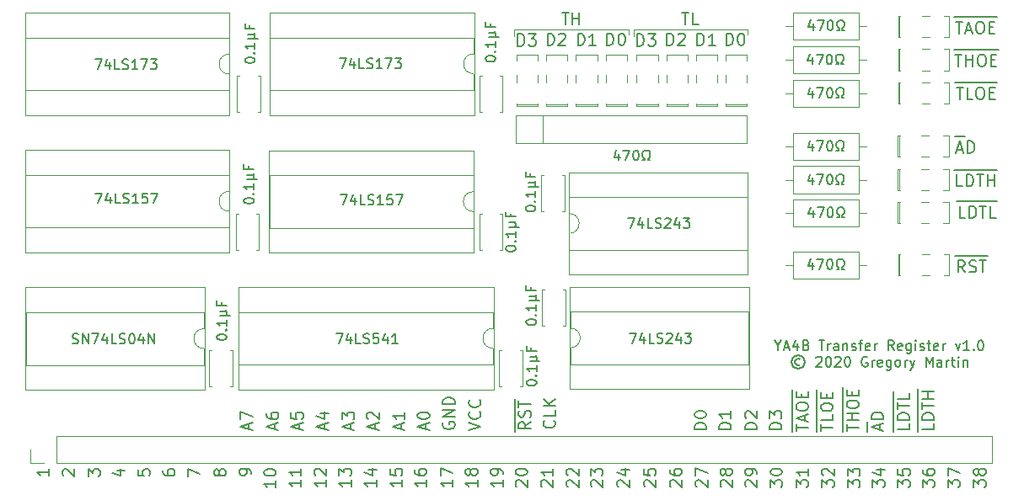
<source format=gbr>
G04 #@! TF.GenerationSoftware,KiCad,Pcbnew,(5.1.4-0-10_14)*
G04 #@! TF.CreationDate,2020-02-11T21:32:02-08:00*
G04 #@! TF.ProjectId,transfer-register-board,7472616e-7366-4657-922d-726567697374,rev?*
G04 #@! TF.SameCoordinates,Original*
G04 #@! TF.FileFunction,Legend,Top*
G04 #@! TF.FilePolarity,Positive*
%FSLAX46Y46*%
G04 Gerber Fmt 4.6, Leading zero omitted, Abs format (unit mm)*
G04 Created by KiCad (PCBNEW (5.1.4-0-10_14)) date 2020-02-11 21:32:02*
%MOMM*%
%LPD*%
G04 APERTURE LIST*
%ADD10C,0.150000*%
%ADD11C,0.200000*%
%ADD12C,0.120000*%
G04 APERTURE END LIST*
D10*
X148229323Y-117489790D02*
X148229323Y-117965980D01*
X147895990Y-116965980D02*
X148229323Y-117489790D01*
X148562657Y-116965980D01*
X148848371Y-117680266D02*
X149324561Y-117680266D01*
X148753133Y-117965980D02*
X149086466Y-116965980D01*
X149419800Y-117965980D01*
X150181704Y-117299314D02*
X150181704Y-117965980D01*
X149943609Y-116918361D02*
X149705514Y-117632647D01*
X150324561Y-117632647D01*
X151038847Y-117442171D02*
X151181704Y-117489790D01*
X151229323Y-117537409D01*
X151276942Y-117632647D01*
X151276942Y-117775504D01*
X151229323Y-117870742D01*
X151181704Y-117918361D01*
X151086466Y-117965980D01*
X150705514Y-117965980D01*
X150705514Y-116965980D01*
X151038847Y-116965980D01*
X151134085Y-117013600D01*
X151181704Y-117061219D01*
X151229323Y-117156457D01*
X151229323Y-117251695D01*
X151181704Y-117346933D01*
X151134085Y-117394552D01*
X151038847Y-117442171D01*
X150705514Y-117442171D01*
X152324561Y-116965980D02*
X152895990Y-116965980D01*
X152610276Y-117965980D02*
X152610276Y-116965980D01*
X153229323Y-117965980D02*
X153229323Y-117299314D01*
X153229323Y-117489790D02*
X153276942Y-117394552D01*
X153324561Y-117346933D01*
X153419800Y-117299314D01*
X153515038Y-117299314D01*
X154276942Y-117965980D02*
X154276942Y-117442171D01*
X154229323Y-117346933D01*
X154134085Y-117299314D01*
X153943609Y-117299314D01*
X153848371Y-117346933D01*
X154276942Y-117918361D02*
X154181704Y-117965980D01*
X153943609Y-117965980D01*
X153848371Y-117918361D01*
X153800752Y-117823123D01*
X153800752Y-117727885D01*
X153848371Y-117632647D01*
X153943609Y-117585028D01*
X154181704Y-117585028D01*
X154276942Y-117537409D01*
X154753133Y-117299314D02*
X154753133Y-117965980D01*
X154753133Y-117394552D02*
X154800752Y-117346933D01*
X154895990Y-117299314D01*
X155038847Y-117299314D01*
X155134085Y-117346933D01*
X155181704Y-117442171D01*
X155181704Y-117965980D01*
X155610276Y-117918361D02*
X155705514Y-117965980D01*
X155895990Y-117965980D01*
X155991228Y-117918361D01*
X156038847Y-117823123D01*
X156038847Y-117775504D01*
X155991228Y-117680266D01*
X155895990Y-117632647D01*
X155753133Y-117632647D01*
X155657895Y-117585028D01*
X155610276Y-117489790D01*
X155610276Y-117442171D01*
X155657895Y-117346933D01*
X155753133Y-117299314D01*
X155895990Y-117299314D01*
X155991228Y-117346933D01*
X156324561Y-117299314D02*
X156705514Y-117299314D01*
X156467419Y-117965980D02*
X156467419Y-117108838D01*
X156515038Y-117013600D01*
X156610276Y-116965980D01*
X156705514Y-116965980D01*
X157419800Y-117918361D02*
X157324561Y-117965980D01*
X157134085Y-117965980D01*
X157038847Y-117918361D01*
X156991228Y-117823123D01*
X156991228Y-117442171D01*
X157038847Y-117346933D01*
X157134085Y-117299314D01*
X157324561Y-117299314D01*
X157419800Y-117346933D01*
X157467419Y-117442171D01*
X157467419Y-117537409D01*
X156991228Y-117632647D01*
X157895990Y-117965980D02*
X157895990Y-117299314D01*
X157895990Y-117489790D02*
X157943609Y-117394552D01*
X157991228Y-117346933D01*
X158086466Y-117299314D01*
X158181704Y-117299314D01*
X159848371Y-117965980D02*
X159515038Y-117489790D01*
X159276942Y-117965980D02*
X159276942Y-116965980D01*
X159657895Y-116965980D01*
X159753133Y-117013600D01*
X159800752Y-117061219D01*
X159848371Y-117156457D01*
X159848371Y-117299314D01*
X159800752Y-117394552D01*
X159753133Y-117442171D01*
X159657895Y-117489790D01*
X159276942Y-117489790D01*
X160657895Y-117918361D02*
X160562657Y-117965980D01*
X160372180Y-117965980D01*
X160276942Y-117918361D01*
X160229323Y-117823123D01*
X160229323Y-117442171D01*
X160276942Y-117346933D01*
X160372180Y-117299314D01*
X160562657Y-117299314D01*
X160657895Y-117346933D01*
X160705514Y-117442171D01*
X160705514Y-117537409D01*
X160229323Y-117632647D01*
X161562657Y-117299314D02*
X161562657Y-118108838D01*
X161515038Y-118204076D01*
X161467419Y-118251695D01*
X161372180Y-118299314D01*
X161229323Y-118299314D01*
X161134085Y-118251695D01*
X161562657Y-117918361D02*
X161467419Y-117965980D01*
X161276942Y-117965980D01*
X161181704Y-117918361D01*
X161134085Y-117870742D01*
X161086466Y-117775504D01*
X161086466Y-117489790D01*
X161134085Y-117394552D01*
X161181704Y-117346933D01*
X161276942Y-117299314D01*
X161467419Y-117299314D01*
X161562657Y-117346933D01*
X162038847Y-117965980D02*
X162038847Y-117299314D01*
X162038847Y-116965980D02*
X161991228Y-117013600D01*
X162038847Y-117061219D01*
X162086466Y-117013600D01*
X162038847Y-116965980D01*
X162038847Y-117061219D01*
X162467419Y-117918361D02*
X162562657Y-117965980D01*
X162753133Y-117965980D01*
X162848371Y-117918361D01*
X162895990Y-117823123D01*
X162895990Y-117775504D01*
X162848371Y-117680266D01*
X162753133Y-117632647D01*
X162610276Y-117632647D01*
X162515038Y-117585028D01*
X162467419Y-117489790D01*
X162467419Y-117442171D01*
X162515038Y-117346933D01*
X162610276Y-117299314D01*
X162753133Y-117299314D01*
X162848371Y-117346933D01*
X163181704Y-117299314D02*
X163562657Y-117299314D01*
X163324561Y-116965980D02*
X163324561Y-117823123D01*
X163372180Y-117918361D01*
X163467419Y-117965980D01*
X163562657Y-117965980D01*
X164276942Y-117918361D02*
X164181704Y-117965980D01*
X163991228Y-117965980D01*
X163895990Y-117918361D01*
X163848371Y-117823123D01*
X163848371Y-117442171D01*
X163895990Y-117346933D01*
X163991228Y-117299314D01*
X164181704Y-117299314D01*
X164276942Y-117346933D01*
X164324561Y-117442171D01*
X164324561Y-117537409D01*
X163848371Y-117632647D01*
X164753133Y-117965980D02*
X164753133Y-117299314D01*
X164753133Y-117489790D02*
X164800752Y-117394552D01*
X164848371Y-117346933D01*
X164943609Y-117299314D01*
X165038847Y-117299314D01*
X166038847Y-117299314D02*
X166276942Y-117965980D01*
X166515038Y-117299314D01*
X167419800Y-117965980D02*
X166848371Y-117965980D01*
X167134085Y-117965980D02*
X167134085Y-116965980D01*
X167038847Y-117108838D01*
X166943609Y-117204076D01*
X166848371Y-117251695D01*
X167848371Y-117870742D02*
X167895990Y-117918361D01*
X167848371Y-117965980D01*
X167800752Y-117918361D01*
X167848371Y-117870742D01*
X167848371Y-117965980D01*
X168515038Y-116965980D02*
X168610276Y-116965980D01*
X168705514Y-117013600D01*
X168753133Y-117061219D01*
X168800752Y-117156457D01*
X168848371Y-117346933D01*
X168848371Y-117585028D01*
X168800752Y-117775504D01*
X168753133Y-117870742D01*
X168705514Y-117918361D01*
X168610276Y-117965980D01*
X168515038Y-117965980D01*
X168419800Y-117918361D01*
X168372180Y-117870742D01*
X168324561Y-117775504D01*
X168276942Y-117585028D01*
X168276942Y-117346933D01*
X168324561Y-117156457D01*
X168372180Y-117061219D01*
X168419800Y-117013600D01*
X168515038Y-116965980D01*
X150419800Y-118854076D02*
X150324561Y-118806457D01*
X150134085Y-118806457D01*
X150038847Y-118854076D01*
X149943609Y-118949314D01*
X149895990Y-119044552D01*
X149895990Y-119235028D01*
X149943609Y-119330266D01*
X150038847Y-119425504D01*
X150134085Y-119473123D01*
X150324561Y-119473123D01*
X150419800Y-119425504D01*
X150229323Y-118473123D02*
X149991228Y-118520742D01*
X149753133Y-118663600D01*
X149610276Y-118901695D01*
X149562657Y-119139790D01*
X149610276Y-119377885D01*
X149753133Y-119615980D01*
X149991228Y-119758838D01*
X150229323Y-119806457D01*
X150467419Y-119758838D01*
X150705514Y-119615980D01*
X150848371Y-119377885D01*
X150895990Y-119139790D01*
X150848371Y-118901695D01*
X150705514Y-118663600D01*
X150467419Y-118520742D01*
X150229323Y-118473123D01*
X152038847Y-118711219D02*
X152086466Y-118663600D01*
X152181704Y-118615980D01*
X152419800Y-118615980D01*
X152515038Y-118663600D01*
X152562657Y-118711219D01*
X152610276Y-118806457D01*
X152610276Y-118901695D01*
X152562657Y-119044552D01*
X151991228Y-119615980D01*
X152610276Y-119615980D01*
X153229323Y-118615980D02*
X153324561Y-118615980D01*
X153419800Y-118663600D01*
X153467419Y-118711219D01*
X153515038Y-118806457D01*
X153562657Y-118996933D01*
X153562657Y-119235028D01*
X153515038Y-119425504D01*
X153467419Y-119520742D01*
X153419800Y-119568361D01*
X153324561Y-119615980D01*
X153229323Y-119615980D01*
X153134085Y-119568361D01*
X153086466Y-119520742D01*
X153038847Y-119425504D01*
X152991228Y-119235028D01*
X152991228Y-118996933D01*
X153038847Y-118806457D01*
X153086466Y-118711219D01*
X153134085Y-118663600D01*
X153229323Y-118615980D01*
X153943609Y-118711219D02*
X153991228Y-118663600D01*
X154086466Y-118615980D01*
X154324561Y-118615980D01*
X154419800Y-118663600D01*
X154467419Y-118711219D01*
X154515038Y-118806457D01*
X154515038Y-118901695D01*
X154467419Y-119044552D01*
X153895990Y-119615980D01*
X154515038Y-119615980D01*
X155134085Y-118615980D02*
X155229323Y-118615980D01*
X155324561Y-118663600D01*
X155372180Y-118711219D01*
X155419800Y-118806457D01*
X155467419Y-118996933D01*
X155467419Y-119235028D01*
X155419800Y-119425504D01*
X155372180Y-119520742D01*
X155324561Y-119568361D01*
X155229323Y-119615980D01*
X155134085Y-119615980D01*
X155038847Y-119568361D01*
X154991228Y-119520742D01*
X154943609Y-119425504D01*
X154895990Y-119235028D01*
X154895990Y-118996933D01*
X154943609Y-118806457D01*
X154991228Y-118711219D01*
X155038847Y-118663600D01*
X155134085Y-118615980D01*
X157181704Y-118663600D02*
X157086466Y-118615980D01*
X156943609Y-118615980D01*
X156800752Y-118663600D01*
X156705514Y-118758838D01*
X156657895Y-118854076D01*
X156610276Y-119044552D01*
X156610276Y-119187409D01*
X156657895Y-119377885D01*
X156705514Y-119473123D01*
X156800752Y-119568361D01*
X156943609Y-119615980D01*
X157038847Y-119615980D01*
X157181704Y-119568361D01*
X157229323Y-119520742D01*
X157229323Y-119187409D01*
X157038847Y-119187409D01*
X157657895Y-119615980D02*
X157657895Y-118949314D01*
X157657895Y-119139790D02*
X157705514Y-119044552D01*
X157753133Y-118996933D01*
X157848371Y-118949314D01*
X157943609Y-118949314D01*
X158657895Y-119568361D02*
X158562657Y-119615980D01*
X158372180Y-119615980D01*
X158276942Y-119568361D01*
X158229323Y-119473123D01*
X158229323Y-119092171D01*
X158276942Y-118996933D01*
X158372180Y-118949314D01*
X158562657Y-118949314D01*
X158657895Y-118996933D01*
X158705514Y-119092171D01*
X158705514Y-119187409D01*
X158229323Y-119282647D01*
X159562657Y-118949314D02*
X159562657Y-119758838D01*
X159515038Y-119854076D01*
X159467419Y-119901695D01*
X159372180Y-119949314D01*
X159229323Y-119949314D01*
X159134085Y-119901695D01*
X159562657Y-119568361D02*
X159467419Y-119615980D01*
X159276942Y-119615980D01*
X159181704Y-119568361D01*
X159134085Y-119520742D01*
X159086466Y-119425504D01*
X159086466Y-119139790D01*
X159134085Y-119044552D01*
X159181704Y-118996933D01*
X159276942Y-118949314D01*
X159467419Y-118949314D01*
X159562657Y-118996933D01*
X160181704Y-119615980D02*
X160086466Y-119568361D01*
X160038847Y-119520742D01*
X159991228Y-119425504D01*
X159991228Y-119139790D01*
X160038847Y-119044552D01*
X160086466Y-118996933D01*
X160181704Y-118949314D01*
X160324561Y-118949314D01*
X160419800Y-118996933D01*
X160467419Y-119044552D01*
X160515038Y-119139790D01*
X160515038Y-119425504D01*
X160467419Y-119520742D01*
X160419800Y-119568361D01*
X160324561Y-119615980D01*
X160181704Y-119615980D01*
X160943609Y-119615980D02*
X160943609Y-118949314D01*
X160943609Y-119139790D02*
X160991228Y-119044552D01*
X161038847Y-118996933D01*
X161134085Y-118949314D01*
X161229323Y-118949314D01*
X161467419Y-118949314D02*
X161705514Y-119615980D01*
X161943609Y-118949314D02*
X161705514Y-119615980D01*
X161610276Y-119854076D01*
X161562657Y-119901695D01*
X161467419Y-119949314D01*
X163086466Y-119615980D02*
X163086466Y-118615980D01*
X163419800Y-119330266D01*
X163753133Y-118615980D01*
X163753133Y-119615980D01*
X164657895Y-119615980D02*
X164657895Y-119092171D01*
X164610276Y-118996933D01*
X164515038Y-118949314D01*
X164324561Y-118949314D01*
X164229323Y-118996933D01*
X164657895Y-119568361D02*
X164562657Y-119615980D01*
X164324561Y-119615980D01*
X164229323Y-119568361D01*
X164181704Y-119473123D01*
X164181704Y-119377885D01*
X164229323Y-119282647D01*
X164324561Y-119235028D01*
X164562657Y-119235028D01*
X164657895Y-119187409D01*
X165134085Y-119615980D02*
X165134085Y-118949314D01*
X165134085Y-119139790D02*
X165181704Y-119044552D01*
X165229323Y-118996933D01*
X165324561Y-118949314D01*
X165419800Y-118949314D01*
X165610276Y-118949314D02*
X165991228Y-118949314D01*
X165753133Y-118615980D02*
X165753133Y-119473123D01*
X165800752Y-119568361D01*
X165895990Y-119615980D01*
X165991228Y-119615980D01*
X166324561Y-119615980D02*
X166324561Y-118949314D01*
X166324561Y-118615980D02*
X166276942Y-118663600D01*
X166324561Y-118711219D01*
X166372180Y-118663600D01*
X166324561Y-118615980D01*
X166324561Y-118711219D01*
X166800752Y-118949314D02*
X166800752Y-119615980D01*
X166800752Y-119044552D02*
X166848371Y-118996933D01*
X166943609Y-118949314D01*
X167086466Y-118949314D01*
X167181704Y-118996933D01*
X167229323Y-119092171D01*
X167229323Y-119615980D01*
X162263000Y-126204000D02*
X162263000Y-125232571D01*
X163864857Y-125346857D02*
X163864857Y-125918285D01*
X162664857Y-125918285D01*
X162263000Y-125232571D02*
X162263000Y-124032571D01*
X163864857Y-124946857D02*
X162664857Y-124946857D01*
X162664857Y-124661142D01*
X162722000Y-124489714D01*
X162836285Y-124375428D01*
X162950571Y-124318285D01*
X163179142Y-124261142D01*
X163350571Y-124261142D01*
X163579142Y-124318285D01*
X163693428Y-124375428D01*
X163807714Y-124489714D01*
X163864857Y-124661142D01*
X163864857Y-124946857D01*
X162263000Y-124032571D02*
X162263000Y-123118285D01*
X162664857Y-123918285D02*
X162664857Y-123232571D01*
X163864857Y-123575428D02*
X162664857Y-123575428D01*
X162263000Y-123118285D02*
X162263000Y-121861142D01*
X163864857Y-122832571D02*
X162664857Y-122832571D01*
X163236285Y-122832571D02*
X163236285Y-122146857D01*
X163864857Y-122146857D02*
X162664857Y-122146857D01*
X159786500Y-126204000D02*
X159786500Y-125232571D01*
X161388357Y-125346857D02*
X161388357Y-125918285D01*
X160188357Y-125918285D01*
X159786500Y-125232571D02*
X159786500Y-124032571D01*
X161388357Y-124946857D02*
X160188357Y-124946857D01*
X160188357Y-124661142D01*
X160245500Y-124489714D01*
X160359785Y-124375428D01*
X160474071Y-124318285D01*
X160702642Y-124261142D01*
X160874071Y-124261142D01*
X161102642Y-124318285D01*
X161216928Y-124375428D01*
X161331214Y-124489714D01*
X161388357Y-124661142D01*
X161388357Y-124946857D01*
X159786500Y-124032571D02*
X159786500Y-123118285D01*
X160188357Y-123918285D02*
X160188357Y-123232571D01*
X161388357Y-123575428D02*
X160188357Y-123575428D01*
X159786500Y-123118285D02*
X159786500Y-122146857D01*
X161388357Y-122261142D02*
X161388357Y-122832571D01*
X160188357Y-122832571D01*
X149626500Y-126204000D02*
X149626500Y-125289714D01*
X150028357Y-126089714D02*
X150028357Y-125404000D01*
X151228357Y-125746857D02*
X150028357Y-125746857D01*
X149626500Y-125289714D02*
X149626500Y-124261142D01*
X150885500Y-125061142D02*
X150885500Y-124489714D01*
X151228357Y-125175428D02*
X150028357Y-124775428D01*
X151228357Y-124375428D01*
X149626500Y-124261142D02*
X149626500Y-123004000D01*
X150028357Y-123746857D02*
X150028357Y-123518285D01*
X150085500Y-123404000D01*
X150199785Y-123289714D01*
X150428357Y-123232571D01*
X150828357Y-123232571D01*
X151056928Y-123289714D01*
X151171214Y-123404000D01*
X151228357Y-123518285D01*
X151228357Y-123746857D01*
X151171214Y-123861142D01*
X151056928Y-123975428D01*
X150828357Y-124032571D01*
X150428357Y-124032571D01*
X150199785Y-123975428D01*
X150085500Y-123861142D01*
X150028357Y-123746857D01*
X149626500Y-123004000D02*
X149626500Y-121918285D01*
X150599785Y-122718285D02*
X150599785Y-122318285D01*
X151228357Y-122146857D02*
X151228357Y-122718285D01*
X150028357Y-122718285D01*
X150028357Y-122146857D01*
X154706500Y-126204000D02*
X154706500Y-125289714D01*
X155108357Y-126089714D02*
X155108357Y-125404000D01*
X156308357Y-125746857D02*
X155108357Y-125746857D01*
X154706500Y-125289714D02*
X154706500Y-124032571D01*
X156308357Y-125004000D02*
X155108357Y-125004000D01*
X155679785Y-125004000D02*
X155679785Y-124318285D01*
X156308357Y-124318285D02*
X155108357Y-124318285D01*
X154706500Y-124032571D02*
X154706500Y-122775428D01*
X155108357Y-123518285D02*
X155108357Y-123289714D01*
X155165500Y-123175428D01*
X155279785Y-123061142D01*
X155508357Y-123004000D01*
X155908357Y-123004000D01*
X156136928Y-123061142D01*
X156251214Y-123175428D01*
X156308357Y-123289714D01*
X156308357Y-123518285D01*
X156251214Y-123632571D01*
X156136928Y-123746857D01*
X155908357Y-123804000D01*
X155508357Y-123804000D01*
X155279785Y-123746857D01*
X155165500Y-123632571D01*
X155108357Y-123518285D01*
X154706500Y-122775428D02*
X154706500Y-121689714D01*
X155679785Y-122489714D02*
X155679785Y-122089714D01*
X156308357Y-121918285D02*
X156308357Y-122489714D01*
X155108357Y-122489714D01*
X155108357Y-121918285D01*
X152103000Y-126204000D02*
X152103000Y-125289714D01*
X152504857Y-126089714D02*
X152504857Y-125404000D01*
X153704857Y-125746857D02*
X152504857Y-125746857D01*
X152103000Y-125289714D02*
X152103000Y-124318285D01*
X153704857Y-124432571D02*
X153704857Y-125004000D01*
X152504857Y-125004000D01*
X152103000Y-124318285D02*
X152103000Y-123061142D01*
X152504857Y-123804000D02*
X152504857Y-123575428D01*
X152562000Y-123461142D01*
X152676285Y-123346857D01*
X152904857Y-123289714D01*
X153304857Y-123289714D01*
X153533428Y-123346857D01*
X153647714Y-123461142D01*
X153704857Y-123575428D01*
X153704857Y-123804000D01*
X153647714Y-123918285D01*
X153533428Y-124032571D01*
X153304857Y-124089714D01*
X152904857Y-124089714D01*
X152676285Y-124032571D01*
X152562000Y-123918285D01*
X152504857Y-123804000D01*
X152103000Y-123061142D02*
X152103000Y-121975428D01*
X153076285Y-122775428D02*
X153076285Y-122375428D01*
X153704857Y-122204000D02*
X153704857Y-122775428D01*
X152504857Y-122775428D01*
X152504857Y-122204000D01*
X157183000Y-126204000D02*
X157183000Y-125175428D01*
X158442000Y-125975428D02*
X158442000Y-125404000D01*
X158784857Y-126089714D02*
X157584857Y-125689714D01*
X158784857Y-125289714D01*
X158784857Y-124889714D02*
X157584857Y-124889714D01*
X157584857Y-124604000D01*
X157642000Y-124432571D01*
X157756285Y-124318285D01*
X157870571Y-124261142D01*
X158099142Y-124204000D01*
X158270571Y-124204000D01*
X158499142Y-124261142D01*
X158613428Y-124318285D01*
X158727714Y-124432571D01*
X158784857Y-124604000D01*
X158784857Y-124889714D01*
X125714071Y-125042071D02*
X125771214Y-125099214D01*
X125828357Y-125270642D01*
X125828357Y-125384928D01*
X125771214Y-125556357D01*
X125656928Y-125670642D01*
X125542642Y-125727785D01*
X125314071Y-125784928D01*
X125142642Y-125784928D01*
X124914071Y-125727785D01*
X124799785Y-125670642D01*
X124685500Y-125556357D01*
X124628357Y-125384928D01*
X124628357Y-125270642D01*
X124685500Y-125099214D01*
X124742642Y-125042071D01*
X125828357Y-123956357D02*
X125828357Y-124527785D01*
X124628357Y-124527785D01*
X125828357Y-123556357D02*
X124628357Y-123556357D01*
X125828357Y-122870642D02*
X125142642Y-123384928D01*
X124628357Y-122870642D02*
X125314071Y-123556357D01*
X143481357Y-125918285D02*
X142281357Y-125918285D01*
X142281357Y-125632571D01*
X142338500Y-125461142D01*
X142452785Y-125346857D01*
X142567071Y-125289714D01*
X142795642Y-125232571D01*
X142967071Y-125232571D01*
X143195642Y-125289714D01*
X143309928Y-125346857D01*
X143424214Y-125461142D01*
X143481357Y-125632571D01*
X143481357Y-125918285D01*
X143481357Y-124089714D02*
X143481357Y-124775428D01*
X143481357Y-124432571D02*
X142281357Y-124432571D01*
X142452785Y-124546857D01*
X142567071Y-124661142D01*
X142624214Y-124775428D01*
X146084857Y-125918285D02*
X144884857Y-125918285D01*
X144884857Y-125632571D01*
X144942000Y-125461142D01*
X145056285Y-125346857D01*
X145170571Y-125289714D01*
X145399142Y-125232571D01*
X145570571Y-125232571D01*
X145799142Y-125289714D01*
X145913428Y-125346857D01*
X146027714Y-125461142D01*
X146084857Y-125632571D01*
X146084857Y-125918285D01*
X144999142Y-124775428D02*
X144942000Y-124718285D01*
X144884857Y-124604000D01*
X144884857Y-124318285D01*
X144942000Y-124204000D01*
X144999142Y-124146857D01*
X145113428Y-124089714D01*
X145227714Y-124089714D01*
X145399142Y-124146857D01*
X146084857Y-124832571D01*
X146084857Y-124089714D01*
X148561357Y-125918285D02*
X147361357Y-125918285D01*
X147361357Y-125632571D01*
X147418500Y-125461142D01*
X147532785Y-125346857D01*
X147647071Y-125289714D01*
X147875642Y-125232571D01*
X148047071Y-125232571D01*
X148275642Y-125289714D01*
X148389928Y-125346857D01*
X148504214Y-125461142D01*
X148561357Y-125632571D01*
X148561357Y-125918285D01*
X147361357Y-124832571D02*
X147361357Y-124089714D01*
X147818500Y-124489714D01*
X147818500Y-124318285D01*
X147875642Y-124204000D01*
X147932785Y-124146857D01*
X148047071Y-124089714D01*
X148332785Y-124089714D01*
X148447071Y-124146857D01*
X148504214Y-124204000D01*
X148561357Y-124318285D01*
X148561357Y-124661142D01*
X148504214Y-124775428D01*
X148447071Y-124832571D01*
X117135357Y-126026214D02*
X118335357Y-125626214D01*
X117135357Y-125226214D01*
X118221071Y-124140500D02*
X118278214Y-124197642D01*
X118335357Y-124369071D01*
X118335357Y-124483357D01*
X118278214Y-124654785D01*
X118163928Y-124769071D01*
X118049642Y-124826214D01*
X117821071Y-124883357D01*
X117649642Y-124883357D01*
X117421071Y-124826214D01*
X117306785Y-124769071D01*
X117192500Y-124654785D01*
X117135357Y-124483357D01*
X117135357Y-124369071D01*
X117192500Y-124197642D01*
X117249642Y-124140500D01*
X118221071Y-122940500D02*
X118278214Y-122997642D01*
X118335357Y-123169071D01*
X118335357Y-123283357D01*
X118278214Y-123454785D01*
X118163928Y-123569071D01*
X118049642Y-123626214D01*
X117821071Y-123683357D01*
X117649642Y-123683357D01*
X117421071Y-123626214D01*
X117306785Y-123569071D01*
X117192500Y-123454785D01*
X117135357Y-123283357D01*
X117135357Y-123169071D01*
X117192500Y-122997642D01*
X117249642Y-122940500D01*
X141004857Y-125918285D02*
X139804857Y-125918285D01*
X139804857Y-125632571D01*
X139862000Y-125461142D01*
X139976285Y-125346857D01*
X140090571Y-125289714D01*
X140319142Y-125232571D01*
X140490571Y-125232571D01*
X140719142Y-125289714D01*
X140833428Y-125346857D01*
X140947714Y-125461142D01*
X141004857Y-125632571D01*
X141004857Y-125918285D01*
X139804857Y-124489714D02*
X139804857Y-124375428D01*
X139862000Y-124261142D01*
X139919142Y-124204000D01*
X140033428Y-124146857D01*
X140262000Y-124089714D01*
X140547714Y-124089714D01*
X140776285Y-124146857D01*
X140890571Y-124204000D01*
X140947714Y-124261142D01*
X141004857Y-124375428D01*
X141004857Y-124489714D01*
X140947714Y-124604000D01*
X140890571Y-124661142D01*
X140776285Y-124718285D01*
X140547714Y-124775428D01*
X140262000Y-124775428D01*
X140033428Y-124718285D01*
X139919142Y-124661142D01*
X139862000Y-124604000D01*
X139804857Y-124489714D01*
X121750000Y-126140500D02*
X121750000Y-124940500D01*
X123351857Y-125169071D02*
X122780428Y-125569071D01*
X123351857Y-125854785D02*
X122151857Y-125854785D01*
X122151857Y-125397642D01*
X122209000Y-125283357D01*
X122266142Y-125226214D01*
X122380428Y-125169071D01*
X122551857Y-125169071D01*
X122666142Y-125226214D01*
X122723285Y-125283357D01*
X122780428Y-125397642D01*
X122780428Y-125854785D01*
X121750000Y-124940500D02*
X121750000Y-123797642D01*
X123294714Y-124711928D02*
X123351857Y-124540500D01*
X123351857Y-124254785D01*
X123294714Y-124140500D01*
X123237571Y-124083357D01*
X123123285Y-124026214D01*
X123009000Y-124026214D01*
X122894714Y-124083357D01*
X122837571Y-124140500D01*
X122780428Y-124254785D01*
X122723285Y-124483357D01*
X122666142Y-124597642D01*
X122609000Y-124654785D01*
X122494714Y-124711928D01*
X122380428Y-124711928D01*
X122266142Y-124654785D01*
X122209000Y-124597642D01*
X122151857Y-124483357D01*
X122151857Y-124197642D01*
X122209000Y-124026214D01*
X121750000Y-123797642D02*
X121750000Y-122883357D01*
X122151857Y-123683357D02*
X122151857Y-122997642D01*
X123351857Y-123340500D02*
X122151857Y-123340500D01*
X114589000Y-125226214D02*
X114531857Y-125340500D01*
X114531857Y-125511928D01*
X114589000Y-125683357D01*
X114703285Y-125797642D01*
X114817571Y-125854785D01*
X115046142Y-125911928D01*
X115217571Y-125911928D01*
X115446142Y-125854785D01*
X115560428Y-125797642D01*
X115674714Y-125683357D01*
X115731857Y-125511928D01*
X115731857Y-125397642D01*
X115674714Y-125226214D01*
X115617571Y-125169071D01*
X115217571Y-125169071D01*
X115217571Y-125397642D01*
X115731857Y-124654785D02*
X114531857Y-124654785D01*
X115731857Y-123969071D01*
X114531857Y-123969071D01*
X115731857Y-123397642D02*
X114531857Y-123397642D01*
X114531857Y-123111928D01*
X114589000Y-122940500D01*
X114703285Y-122826214D01*
X114817571Y-122769071D01*
X115046142Y-122711928D01*
X115217571Y-122711928D01*
X115446142Y-122769071D01*
X115560428Y-122826214D01*
X115674714Y-122940500D01*
X115731857Y-123111928D01*
X115731857Y-123397642D01*
X112849000Y-125911928D02*
X112849000Y-125340500D01*
X113191857Y-126026214D02*
X111991857Y-125626214D01*
X113191857Y-125226214D01*
X111991857Y-124597642D02*
X111991857Y-124483357D01*
X112049000Y-124369071D01*
X112106142Y-124311928D01*
X112220428Y-124254785D01*
X112449000Y-124197642D01*
X112734714Y-124197642D01*
X112963285Y-124254785D01*
X113077571Y-124311928D01*
X113134714Y-124369071D01*
X113191857Y-124483357D01*
X113191857Y-124597642D01*
X113134714Y-124711928D01*
X113077571Y-124769071D01*
X112963285Y-124826214D01*
X112734714Y-124883357D01*
X112449000Y-124883357D01*
X112220428Y-124826214D01*
X112106142Y-124769071D01*
X112049000Y-124711928D01*
X111991857Y-124597642D01*
X110372500Y-125911928D02*
X110372500Y-125340500D01*
X110715357Y-126026214D02*
X109515357Y-125626214D01*
X110715357Y-125226214D01*
X110715357Y-124197642D02*
X110715357Y-124883357D01*
X110715357Y-124540500D02*
X109515357Y-124540500D01*
X109686785Y-124654785D01*
X109801071Y-124769071D01*
X109858214Y-124883357D01*
X107769000Y-125911928D02*
X107769000Y-125340500D01*
X108111857Y-126026214D02*
X106911857Y-125626214D01*
X108111857Y-125226214D01*
X107026142Y-124883357D02*
X106969000Y-124826214D01*
X106911857Y-124711928D01*
X106911857Y-124426214D01*
X106969000Y-124311928D01*
X107026142Y-124254785D01*
X107140428Y-124197642D01*
X107254714Y-124197642D01*
X107426142Y-124254785D01*
X108111857Y-124940500D01*
X108111857Y-124197642D01*
X105292500Y-125911928D02*
X105292500Y-125340500D01*
X105635357Y-126026214D02*
X104435357Y-125626214D01*
X105635357Y-125226214D01*
X104435357Y-124940500D02*
X104435357Y-124197642D01*
X104892500Y-124597642D01*
X104892500Y-124426214D01*
X104949642Y-124311928D01*
X105006785Y-124254785D01*
X105121071Y-124197642D01*
X105406785Y-124197642D01*
X105521071Y-124254785D01*
X105578214Y-124311928D01*
X105635357Y-124426214D01*
X105635357Y-124769071D01*
X105578214Y-124883357D01*
X105521071Y-124940500D01*
X102689000Y-125911928D02*
X102689000Y-125340500D01*
X103031857Y-126026214D02*
X101831857Y-125626214D01*
X103031857Y-125226214D01*
X102231857Y-124311928D02*
X103031857Y-124311928D01*
X101774714Y-124597642D02*
X102631857Y-124883357D01*
X102631857Y-124140500D01*
X100149000Y-125911928D02*
X100149000Y-125340500D01*
X100491857Y-126026214D02*
X99291857Y-125626214D01*
X100491857Y-125226214D01*
X99291857Y-124254785D02*
X99291857Y-124826214D01*
X99863285Y-124883357D01*
X99806142Y-124826214D01*
X99749000Y-124711928D01*
X99749000Y-124426214D01*
X99806142Y-124311928D01*
X99863285Y-124254785D01*
X99977571Y-124197642D01*
X100263285Y-124197642D01*
X100377571Y-124254785D01*
X100434714Y-124311928D01*
X100491857Y-124426214D01*
X100491857Y-124711928D01*
X100434714Y-124826214D01*
X100377571Y-124883357D01*
X97672500Y-125911928D02*
X97672500Y-125340500D01*
X98015357Y-126026214D02*
X96815357Y-125626214D01*
X98015357Y-125226214D01*
X96815357Y-124311928D02*
X96815357Y-124540500D01*
X96872500Y-124654785D01*
X96929642Y-124711928D01*
X97101071Y-124826214D01*
X97329642Y-124883357D01*
X97786785Y-124883357D01*
X97901071Y-124826214D01*
X97958214Y-124769071D01*
X98015357Y-124654785D01*
X98015357Y-124426214D01*
X97958214Y-124311928D01*
X97901071Y-124254785D01*
X97786785Y-124197642D01*
X97501071Y-124197642D01*
X97386785Y-124254785D01*
X97329642Y-124311928D01*
X97272500Y-124426214D01*
X97272500Y-124654785D01*
X97329642Y-124769071D01*
X97386785Y-124826214D01*
X97501071Y-124883357D01*
X95069000Y-125911928D02*
X95069000Y-125340500D01*
X95411857Y-126026214D02*
X94211857Y-125626214D01*
X95411857Y-125226214D01*
X94211857Y-124940500D02*
X94211857Y-124140500D01*
X95411857Y-124654785D01*
X160251857Y-131747571D02*
X160251857Y-131004714D01*
X160709000Y-131404714D01*
X160709000Y-131233285D01*
X160766142Y-131119000D01*
X160823285Y-131061857D01*
X160937571Y-131004714D01*
X161223285Y-131004714D01*
X161337571Y-131061857D01*
X161394714Y-131119000D01*
X161451857Y-131233285D01*
X161451857Y-131576142D01*
X161394714Y-131690428D01*
X161337571Y-131747571D01*
X160251857Y-129919000D02*
X160251857Y-130490428D01*
X160823285Y-130547571D01*
X160766142Y-130490428D01*
X160709000Y-130376142D01*
X160709000Y-130090428D01*
X160766142Y-129976142D01*
X160823285Y-129919000D01*
X160937571Y-129861857D01*
X161223285Y-129861857D01*
X161337571Y-129919000D01*
X161394714Y-129976142D01*
X161451857Y-130090428D01*
X161451857Y-130376142D01*
X161394714Y-130490428D01*
X161337571Y-130547571D01*
X155235357Y-131747571D02*
X155235357Y-131004714D01*
X155692500Y-131404714D01*
X155692500Y-131233285D01*
X155749642Y-131119000D01*
X155806785Y-131061857D01*
X155921071Y-131004714D01*
X156206785Y-131004714D01*
X156321071Y-131061857D01*
X156378214Y-131119000D01*
X156435357Y-131233285D01*
X156435357Y-131576142D01*
X156378214Y-131690428D01*
X156321071Y-131747571D01*
X155235357Y-130604714D02*
X155235357Y-129861857D01*
X155692500Y-130261857D01*
X155692500Y-130090428D01*
X155749642Y-129976142D01*
X155806785Y-129919000D01*
X155921071Y-129861857D01*
X156206785Y-129861857D01*
X156321071Y-129919000D01*
X156378214Y-129976142D01*
X156435357Y-130090428D01*
X156435357Y-130433285D01*
X156378214Y-130547571D01*
X156321071Y-130604714D01*
X165268357Y-131747571D02*
X165268357Y-131004714D01*
X165725500Y-131404714D01*
X165725500Y-131233285D01*
X165782642Y-131119000D01*
X165839785Y-131061857D01*
X165954071Y-131004714D01*
X166239785Y-131004714D01*
X166354071Y-131061857D01*
X166411214Y-131119000D01*
X166468357Y-131233285D01*
X166468357Y-131576142D01*
X166411214Y-131690428D01*
X166354071Y-131747571D01*
X165268357Y-130604714D02*
X165268357Y-129804714D01*
X166468357Y-130319000D01*
X157711857Y-131747571D02*
X157711857Y-131004714D01*
X158169000Y-131404714D01*
X158169000Y-131233285D01*
X158226142Y-131119000D01*
X158283285Y-131061857D01*
X158397571Y-131004714D01*
X158683285Y-131004714D01*
X158797571Y-131061857D01*
X158854714Y-131119000D01*
X158911857Y-131233285D01*
X158911857Y-131576142D01*
X158854714Y-131690428D01*
X158797571Y-131747571D01*
X158111857Y-129976142D02*
X158911857Y-129976142D01*
X157654714Y-130261857D02*
X158511857Y-130547571D01*
X158511857Y-129804714D01*
X167871857Y-131747571D02*
X167871857Y-131004714D01*
X168329000Y-131404714D01*
X168329000Y-131233285D01*
X168386142Y-131119000D01*
X168443285Y-131061857D01*
X168557571Y-131004714D01*
X168843285Y-131004714D01*
X168957571Y-131061857D01*
X169014714Y-131119000D01*
X169071857Y-131233285D01*
X169071857Y-131576142D01*
X169014714Y-131690428D01*
X168957571Y-131747571D01*
X168386142Y-130319000D02*
X168329000Y-130433285D01*
X168271857Y-130490428D01*
X168157571Y-130547571D01*
X168100428Y-130547571D01*
X167986142Y-130490428D01*
X167929000Y-130433285D01*
X167871857Y-130319000D01*
X167871857Y-130090428D01*
X167929000Y-129976142D01*
X167986142Y-129919000D01*
X168100428Y-129861857D01*
X168157571Y-129861857D01*
X168271857Y-129919000D01*
X168329000Y-129976142D01*
X168386142Y-130090428D01*
X168386142Y-130319000D01*
X168443285Y-130433285D01*
X168500428Y-130490428D01*
X168614714Y-130547571D01*
X168843285Y-130547571D01*
X168957571Y-130490428D01*
X169014714Y-130433285D01*
X169071857Y-130319000D01*
X169071857Y-130090428D01*
X169014714Y-129976142D01*
X168957571Y-129919000D01*
X168843285Y-129861857D01*
X168614714Y-129861857D01*
X168500428Y-129919000D01*
X168443285Y-129976142D01*
X168386142Y-130090428D01*
X162728357Y-131747571D02*
X162728357Y-131004714D01*
X163185500Y-131404714D01*
X163185500Y-131233285D01*
X163242642Y-131119000D01*
X163299785Y-131061857D01*
X163414071Y-131004714D01*
X163699785Y-131004714D01*
X163814071Y-131061857D01*
X163871214Y-131119000D01*
X163928357Y-131233285D01*
X163928357Y-131576142D01*
X163871214Y-131690428D01*
X163814071Y-131747571D01*
X162728357Y-129976142D02*
X162728357Y-130204714D01*
X162785500Y-130319000D01*
X162842642Y-130376142D01*
X163014071Y-130490428D01*
X163242642Y-130547571D01*
X163699785Y-130547571D01*
X163814071Y-130490428D01*
X163871214Y-130433285D01*
X163928357Y-130319000D01*
X163928357Y-130090428D01*
X163871214Y-129976142D01*
X163814071Y-129919000D01*
X163699785Y-129861857D01*
X163414071Y-129861857D01*
X163299785Y-129919000D01*
X163242642Y-129976142D01*
X163185500Y-130090428D01*
X163185500Y-130319000D01*
X163242642Y-130433285D01*
X163299785Y-130490428D01*
X163414071Y-130547571D01*
X152631857Y-131747571D02*
X152631857Y-131004714D01*
X153089000Y-131404714D01*
X153089000Y-131233285D01*
X153146142Y-131119000D01*
X153203285Y-131061857D01*
X153317571Y-131004714D01*
X153603285Y-131004714D01*
X153717571Y-131061857D01*
X153774714Y-131119000D01*
X153831857Y-131233285D01*
X153831857Y-131576142D01*
X153774714Y-131690428D01*
X153717571Y-131747571D01*
X152746142Y-130547571D02*
X152689000Y-130490428D01*
X152631857Y-130376142D01*
X152631857Y-130090428D01*
X152689000Y-129976142D01*
X152746142Y-129919000D01*
X152860428Y-129861857D01*
X152974714Y-129861857D01*
X153146142Y-129919000D01*
X153831857Y-130604714D01*
X153831857Y-129861857D01*
X134839142Y-131690428D02*
X134782000Y-131633285D01*
X134724857Y-131519000D01*
X134724857Y-131233285D01*
X134782000Y-131119000D01*
X134839142Y-131061857D01*
X134953428Y-131004714D01*
X135067714Y-131004714D01*
X135239142Y-131061857D01*
X135924857Y-131747571D01*
X135924857Y-131004714D01*
X134724857Y-129919000D02*
X134724857Y-130490428D01*
X135296285Y-130547571D01*
X135239142Y-130490428D01*
X135182000Y-130376142D01*
X135182000Y-130090428D01*
X135239142Y-129976142D01*
X135296285Y-129919000D01*
X135410571Y-129861857D01*
X135696285Y-129861857D01*
X135810571Y-129919000D01*
X135867714Y-129976142D01*
X135924857Y-130090428D01*
X135924857Y-130376142D01*
X135867714Y-130490428D01*
X135810571Y-130547571D01*
X147424857Y-131747571D02*
X147424857Y-131004714D01*
X147882000Y-131404714D01*
X147882000Y-131233285D01*
X147939142Y-131119000D01*
X147996285Y-131061857D01*
X148110571Y-131004714D01*
X148396285Y-131004714D01*
X148510571Y-131061857D01*
X148567714Y-131119000D01*
X148624857Y-131233285D01*
X148624857Y-131576142D01*
X148567714Y-131690428D01*
X148510571Y-131747571D01*
X147424857Y-130261857D02*
X147424857Y-130147571D01*
X147482000Y-130033285D01*
X147539142Y-129976142D01*
X147653428Y-129919000D01*
X147882000Y-129861857D01*
X148167714Y-129861857D01*
X148396285Y-129919000D01*
X148510571Y-129976142D01*
X148567714Y-130033285D01*
X148624857Y-130147571D01*
X148624857Y-130261857D01*
X148567714Y-130376142D01*
X148510571Y-130433285D01*
X148396285Y-130490428D01*
X148167714Y-130547571D01*
X147882000Y-130547571D01*
X147653428Y-130490428D01*
X147539142Y-130433285D01*
X147482000Y-130376142D01*
X147424857Y-130261857D01*
X142522642Y-131690428D02*
X142465500Y-131633285D01*
X142408357Y-131519000D01*
X142408357Y-131233285D01*
X142465500Y-131119000D01*
X142522642Y-131061857D01*
X142636928Y-131004714D01*
X142751214Y-131004714D01*
X142922642Y-131061857D01*
X143608357Y-131747571D01*
X143608357Y-131004714D01*
X142922642Y-130319000D02*
X142865500Y-130433285D01*
X142808357Y-130490428D01*
X142694071Y-130547571D01*
X142636928Y-130547571D01*
X142522642Y-130490428D01*
X142465500Y-130433285D01*
X142408357Y-130319000D01*
X142408357Y-130090428D01*
X142465500Y-129976142D01*
X142522642Y-129919000D01*
X142636928Y-129861857D01*
X142694071Y-129861857D01*
X142808357Y-129919000D01*
X142865500Y-129976142D01*
X142922642Y-130090428D01*
X142922642Y-130319000D01*
X142979785Y-130433285D01*
X143036928Y-130490428D01*
X143151214Y-130547571D01*
X143379785Y-130547571D01*
X143494071Y-130490428D01*
X143551214Y-130433285D01*
X143608357Y-130319000D01*
X143608357Y-130090428D01*
X143551214Y-129976142D01*
X143494071Y-129919000D01*
X143379785Y-129861857D01*
X143151214Y-129861857D01*
X143036928Y-129919000D01*
X142979785Y-129976142D01*
X142922642Y-130090428D01*
X137442642Y-131690428D02*
X137385500Y-131633285D01*
X137328357Y-131519000D01*
X137328357Y-131233285D01*
X137385500Y-131119000D01*
X137442642Y-131061857D01*
X137556928Y-131004714D01*
X137671214Y-131004714D01*
X137842642Y-131061857D01*
X138528357Y-131747571D01*
X138528357Y-131004714D01*
X137328357Y-129976142D02*
X137328357Y-130204714D01*
X137385500Y-130319000D01*
X137442642Y-130376142D01*
X137614071Y-130490428D01*
X137842642Y-130547571D01*
X138299785Y-130547571D01*
X138414071Y-130490428D01*
X138471214Y-130433285D01*
X138528357Y-130319000D01*
X138528357Y-130090428D01*
X138471214Y-129976142D01*
X138414071Y-129919000D01*
X138299785Y-129861857D01*
X138014071Y-129861857D01*
X137899785Y-129919000D01*
X137842642Y-129976142D01*
X137785500Y-130090428D01*
X137785500Y-130319000D01*
X137842642Y-130433285D01*
X137899785Y-130490428D01*
X138014071Y-130547571D01*
X150028357Y-131747571D02*
X150028357Y-131004714D01*
X150485500Y-131404714D01*
X150485500Y-131233285D01*
X150542642Y-131119000D01*
X150599785Y-131061857D01*
X150714071Y-131004714D01*
X150999785Y-131004714D01*
X151114071Y-131061857D01*
X151171214Y-131119000D01*
X151228357Y-131233285D01*
X151228357Y-131576142D01*
X151171214Y-131690428D01*
X151114071Y-131747571D01*
X151228357Y-129861857D02*
X151228357Y-130547571D01*
X151228357Y-130204714D02*
X150028357Y-130204714D01*
X150199785Y-130319000D01*
X150314071Y-130433285D01*
X150371214Y-130547571D01*
X144999142Y-131690428D02*
X144942000Y-131633285D01*
X144884857Y-131519000D01*
X144884857Y-131233285D01*
X144942000Y-131119000D01*
X144999142Y-131061857D01*
X145113428Y-131004714D01*
X145227714Y-131004714D01*
X145399142Y-131061857D01*
X146084857Y-131747571D01*
X146084857Y-131004714D01*
X146084857Y-130433285D02*
X146084857Y-130204714D01*
X146027714Y-130090428D01*
X145970571Y-130033285D01*
X145799142Y-129919000D01*
X145570571Y-129861857D01*
X145113428Y-129861857D01*
X144999142Y-129919000D01*
X144942000Y-129976142D01*
X144884857Y-130090428D01*
X144884857Y-130319000D01*
X144942000Y-130433285D01*
X144999142Y-130490428D01*
X145113428Y-130547571D01*
X145399142Y-130547571D01*
X145513428Y-130490428D01*
X145570571Y-130433285D01*
X145627714Y-130319000D01*
X145627714Y-130090428D01*
X145570571Y-129976142D01*
X145513428Y-129919000D01*
X145399142Y-129861857D01*
X140046142Y-131690428D02*
X139989000Y-131633285D01*
X139931857Y-131519000D01*
X139931857Y-131233285D01*
X139989000Y-131119000D01*
X140046142Y-131061857D01*
X140160428Y-131004714D01*
X140274714Y-131004714D01*
X140446142Y-131061857D01*
X141131857Y-131747571D01*
X141131857Y-131004714D01*
X139931857Y-130604714D02*
X139931857Y-129804714D01*
X141131857Y-130319000D01*
X132172142Y-131690428D02*
X132115000Y-131633285D01*
X132057857Y-131519000D01*
X132057857Y-131233285D01*
X132115000Y-131119000D01*
X132172142Y-131061857D01*
X132286428Y-131004714D01*
X132400714Y-131004714D01*
X132572142Y-131061857D01*
X133257857Y-131747571D01*
X133257857Y-131004714D01*
X132457857Y-129976142D02*
X133257857Y-129976142D01*
X132000714Y-130261857D02*
X132857857Y-130547571D01*
X132857857Y-129804714D01*
X120557857Y-131004714D02*
X120557857Y-131690428D01*
X120557857Y-131347571D02*
X119357857Y-131347571D01*
X119529285Y-131461857D01*
X119643571Y-131576142D01*
X119700714Y-131690428D01*
X120557857Y-130433285D02*
X120557857Y-130204714D01*
X120500714Y-130090428D01*
X120443571Y-130033285D01*
X120272142Y-129919000D01*
X120043571Y-129861857D01*
X119586428Y-129861857D01*
X119472142Y-129919000D01*
X119415000Y-129976142D01*
X119357857Y-130090428D01*
X119357857Y-130319000D01*
X119415000Y-130433285D01*
X119472142Y-130490428D01*
X119586428Y-130547571D01*
X119872142Y-130547571D01*
X119986428Y-130490428D01*
X120043571Y-130433285D01*
X120100714Y-130319000D01*
X120100714Y-130090428D01*
X120043571Y-129976142D01*
X119986428Y-129919000D01*
X119872142Y-129861857D01*
X115541357Y-131004714D02*
X115541357Y-131690428D01*
X115541357Y-131347571D02*
X114341357Y-131347571D01*
X114512785Y-131461857D01*
X114627071Y-131576142D01*
X114684214Y-131690428D01*
X114341357Y-130604714D02*
X114341357Y-129804714D01*
X115541357Y-130319000D01*
X124488642Y-131690428D02*
X124431500Y-131633285D01*
X124374357Y-131519000D01*
X124374357Y-131233285D01*
X124431500Y-131119000D01*
X124488642Y-131061857D01*
X124602928Y-131004714D01*
X124717214Y-131004714D01*
X124888642Y-131061857D01*
X125574357Y-131747571D01*
X125574357Y-131004714D01*
X125574357Y-129861857D02*
X125574357Y-130547571D01*
X125574357Y-130204714D02*
X124374357Y-130204714D01*
X124545785Y-130319000D01*
X124660071Y-130433285D01*
X124717214Y-130547571D01*
X118017857Y-131004714D02*
X118017857Y-131690428D01*
X118017857Y-131347571D02*
X116817857Y-131347571D01*
X116989285Y-131461857D01*
X117103571Y-131576142D01*
X117160714Y-131690428D01*
X117332142Y-130319000D02*
X117275000Y-130433285D01*
X117217857Y-130490428D01*
X117103571Y-130547571D01*
X117046428Y-130547571D01*
X116932142Y-130490428D01*
X116875000Y-130433285D01*
X116817857Y-130319000D01*
X116817857Y-130090428D01*
X116875000Y-129976142D01*
X116932142Y-129919000D01*
X117046428Y-129861857D01*
X117103571Y-129861857D01*
X117217857Y-129919000D01*
X117275000Y-129976142D01*
X117332142Y-130090428D01*
X117332142Y-130319000D01*
X117389285Y-130433285D01*
X117446428Y-130490428D01*
X117560714Y-130547571D01*
X117789285Y-130547571D01*
X117903571Y-130490428D01*
X117960714Y-130433285D01*
X118017857Y-130319000D01*
X118017857Y-130090428D01*
X117960714Y-129976142D01*
X117903571Y-129919000D01*
X117789285Y-129861857D01*
X117560714Y-129861857D01*
X117446428Y-129919000D01*
X117389285Y-129976142D01*
X117332142Y-130090428D01*
X129505142Y-131690428D02*
X129448000Y-131633285D01*
X129390857Y-131519000D01*
X129390857Y-131233285D01*
X129448000Y-131119000D01*
X129505142Y-131061857D01*
X129619428Y-131004714D01*
X129733714Y-131004714D01*
X129905142Y-131061857D01*
X130590857Y-131747571D01*
X130590857Y-131004714D01*
X129390857Y-130604714D02*
X129390857Y-129861857D01*
X129848000Y-130261857D01*
X129848000Y-130090428D01*
X129905142Y-129976142D01*
X129962285Y-129919000D01*
X130076571Y-129861857D01*
X130362285Y-129861857D01*
X130476571Y-129919000D01*
X130533714Y-129976142D01*
X130590857Y-130090428D01*
X130590857Y-130433285D01*
X130533714Y-130547571D01*
X130476571Y-130604714D01*
X127092142Y-131690428D02*
X127035000Y-131633285D01*
X126977857Y-131519000D01*
X126977857Y-131233285D01*
X127035000Y-131119000D01*
X127092142Y-131061857D01*
X127206428Y-131004714D01*
X127320714Y-131004714D01*
X127492142Y-131061857D01*
X128177857Y-131747571D01*
X128177857Y-131004714D01*
X127092142Y-130547571D02*
X127035000Y-130490428D01*
X126977857Y-130376142D01*
X126977857Y-130090428D01*
X127035000Y-129976142D01*
X127092142Y-129919000D01*
X127206428Y-129861857D01*
X127320714Y-129861857D01*
X127492142Y-129919000D01*
X128177857Y-130604714D01*
X128177857Y-129861857D01*
X121948642Y-131690428D02*
X121891500Y-131633285D01*
X121834357Y-131519000D01*
X121834357Y-131233285D01*
X121891500Y-131119000D01*
X121948642Y-131061857D01*
X122062928Y-131004714D01*
X122177214Y-131004714D01*
X122348642Y-131061857D01*
X123034357Y-131747571D01*
X123034357Y-131004714D01*
X121834357Y-130261857D02*
X121834357Y-130147571D01*
X121891500Y-130033285D01*
X121948642Y-129976142D01*
X122062928Y-129919000D01*
X122291500Y-129861857D01*
X122577214Y-129861857D01*
X122805785Y-129919000D01*
X122920071Y-129976142D01*
X122977214Y-130033285D01*
X123034357Y-130147571D01*
X123034357Y-130261857D01*
X122977214Y-130376142D01*
X122920071Y-130433285D01*
X122805785Y-130490428D01*
X122577214Y-130547571D01*
X122291500Y-130547571D01*
X122062928Y-130490428D01*
X121948642Y-130433285D01*
X121891500Y-130376142D01*
X121834357Y-130261857D01*
X95284857Y-130433142D02*
X95284857Y-130204571D01*
X95227714Y-130090285D01*
X95170571Y-130033142D01*
X94999142Y-129918857D01*
X94770571Y-129861714D01*
X94313428Y-129861714D01*
X94199142Y-129918857D01*
X94142000Y-129976000D01*
X94084857Y-130090285D01*
X94084857Y-130318857D01*
X94142000Y-130433142D01*
X94199142Y-130490285D01*
X94313428Y-130547428D01*
X94599142Y-130547428D01*
X94713428Y-130490285D01*
X94770571Y-130433142D01*
X94827714Y-130318857D01*
X94827714Y-130090285D01*
X94770571Y-129976000D01*
X94713428Y-129918857D01*
X94599142Y-129861714D01*
X107857857Y-131004714D02*
X107857857Y-131690428D01*
X107857857Y-131347571D02*
X106657857Y-131347571D01*
X106829285Y-131461857D01*
X106943571Y-131576142D01*
X107000714Y-131690428D01*
X107057857Y-129976142D02*
X107857857Y-129976142D01*
X106600714Y-130261857D02*
X107457857Y-130547571D01*
X107457857Y-129804714D01*
X102841357Y-131004714D02*
X102841357Y-131690428D01*
X102841357Y-131347571D02*
X101641357Y-131347571D01*
X101812785Y-131461857D01*
X101927071Y-131576142D01*
X101984214Y-131690428D01*
X101755642Y-130547571D02*
X101698500Y-130490428D01*
X101641357Y-130376142D01*
X101641357Y-130090428D01*
X101698500Y-129976142D01*
X101755642Y-129919000D01*
X101869928Y-129861857D01*
X101984214Y-129861857D01*
X102155642Y-129919000D01*
X102841357Y-130604714D01*
X102841357Y-129861857D01*
X97761357Y-131068214D02*
X97761357Y-131753928D01*
X97761357Y-131411071D02*
X96561357Y-131411071D01*
X96732785Y-131525357D01*
X96847071Y-131639642D01*
X96904214Y-131753928D01*
X96561357Y-130325357D02*
X96561357Y-130211071D01*
X96618500Y-130096785D01*
X96675642Y-130039642D01*
X96789928Y-129982500D01*
X97018500Y-129925357D01*
X97304214Y-129925357D01*
X97532785Y-129982500D01*
X97647071Y-130039642D01*
X97704214Y-130096785D01*
X97761357Y-130211071D01*
X97761357Y-130325357D01*
X97704214Y-130439642D01*
X97647071Y-130496785D01*
X97532785Y-130553928D01*
X97304214Y-130611071D01*
X97018500Y-130611071D01*
X96789928Y-130553928D01*
X96675642Y-130496785D01*
X96618500Y-130439642D01*
X96561357Y-130325357D01*
X110461357Y-131004714D02*
X110461357Y-131690428D01*
X110461357Y-131347571D02*
X109261357Y-131347571D01*
X109432785Y-131461857D01*
X109547071Y-131576142D01*
X109604214Y-131690428D01*
X109261357Y-129919000D02*
X109261357Y-130490428D01*
X109832785Y-130547571D01*
X109775642Y-130490428D01*
X109718500Y-130376142D01*
X109718500Y-130090428D01*
X109775642Y-129976142D01*
X109832785Y-129919000D01*
X109947071Y-129861857D01*
X110232785Y-129861857D01*
X110347071Y-129919000D01*
X110404214Y-129976142D01*
X110461357Y-130090428D01*
X110461357Y-130376142D01*
X110404214Y-130490428D01*
X110347071Y-130547571D01*
X105317857Y-131004714D02*
X105317857Y-131690428D01*
X105317857Y-131347571D02*
X104117857Y-131347571D01*
X104289285Y-131461857D01*
X104403571Y-131576142D01*
X104460714Y-131690428D01*
X104117857Y-130604714D02*
X104117857Y-129861857D01*
X104575000Y-130261857D01*
X104575000Y-130090428D01*
X104632142Y-129976142D01*
X104689285Y-129919000D01*
X104803571Y-129861857D01*
X105089285Y-129861857D01*
X105203571Y-129919000D01*
X105260714Y-129976142D01*
X105317857Y-130090428D01*
X105317857Y-130433285D01*
X105260714Y-130547571D01*
X105203571Y-130604714D01*
X100301357Y-131004714D02*
X100301357Y-131690428D01*
X100301357Y-131347571D02*
X99101357Y-131347571D01*
X99272785Y-131461857D01*
X99387071Y-131576142D01*
X99444214Y-131690428D01*
X100301357Y-129861857D02*
X100301357Y-130547571D01*
X100301357Y-130204714D02*
X99101357Y-130204714D01*
X99272785Y-130319000D01*
X99387071Y-130433285D01*
X99444214Y-130547571D01*
X112874357Y-131004714D02*
X112874357Y-131690428D01*
X112874357Y-131347571D02*
X111674357Y-131347571D01*
X111845785Y-131461857D01*
X111960071Y-131576142D01*
X112017214Y-131690428D01*
X111674357Y-129976142D02*
X111674357Y-130204714D01*
X111731500Y-130319000D01*
X111788642Y-130376142D01*
X111960071Y-130490428D01*
X112188642Y-130547571D01*
X112645785Y-130547571D01*
X112760071Y-130490428D01*
X112817214Y-130433285D01*
X112874357Y-130319000D01*
X112874357Y-130090428D01*
X112817214Y-129976142D01*
X112760071Y-129919000D01*
X112645785Y-129861857D01*
X112360071Y-129861857D01*
X112245785Y-129919000D01*
X112188642Y-129976142D01*
X112131500Y-130090428D01*
X112131500Y-130319000D01*
X112188642Y-130433285D01*
X112245785Y-130490428D01*
X112360071Y-130547571D01*
X92059142Y-130382357D02*
X92002000Y-130496642D01*
X91944857Y-130553785D01*
X91830571Y-130610928D01*
X91773428Y-130610928D01*
X91659142Y-130553785D01*
X91602000Y-130496642D01*
X91544857Y-130382357D01*
X91544857Y-130153785D01*
X91602000Y-130039500D01*
X91659142Y-129982357D01*
X91773428Y-129925214D01*
X91830571Y-129925214D01*
X91944857Y-129982357D01*
X92002000Y-130039500D01*
X92059142Y-130153785D01*
X92059142Y-130382357D01*
X92116285Y-130496642D01*
X92173428Y-130553785D01*
X92287714Y-130610928D01*
X92516285Y-130610928D01*
X92630571Y-130553785D01*
X92687714Y-130496642D01*
X92744857Y-130382357D01*
X92744857Y-130153785D01*
X92687714Y-130039500D01*
X92630571Y-129982357D01*
X92516285Y-129925214D01*
X92287714Y-129925214D01*
X92173428Y-129982357D01*
X92116285Y-130039500D01*
X92059142Y-130153785D01*
X88941357Y-130668071D02*
X88941357Y-129868071D01*
X90141357Y-130382357D01*
X86401357Y-130039500D02*
X86401357Y-130268071D01*
X86458500Y-130382357D01*
X86515642Y-130439500D01*
X86687071Y-130553785D01*
X86915642Y-130610928D01*
X87372785Y-130610928D01*
X87487071Y-130553785D01*
X87544214Y-130496642D01*
X87601357Y-130382357D01*
X87601357Y-130153785D01*
X87544214Y-130039500D01*
X87487071Y-129982357D01*
X87372785Y-129925214D01*
X87087071Y-129925214D01*
X86972785Y-129982357D01*
X86915642Y-130039500D01*
X86858500Y-130153785D01*
X86858500Y-130382357D01*
X86915642Y-130496642D01*
X86972785Y-130553785D01*
X87087071Y-130610928D01*
X83924857Y-129982357D02*
X83924857Y-130553785D01*
X84496285Y-130610928D01*
X84439142Y-130553785D01*
X84382000Y-130439500D01*
X84382000Y-130153785D01*
X84439142Y-130039500D01*
X84496285Y-129982357D01*
X84610571Y-129925214D01*
X84896285Y-129925214D01*
X85010571Y-129982357D01*
X85067714Y-130039500D01*
X85124857Y-130153785D01*
X85124857Y-130439500D01*
X85067714Y-130553785D01*
X85010571Y-130610928D01*
X81784857Y-130039500D02*
X82584857Y-130039500D01*
X81327714Y-130325214D02*
X82184857Y-130610928D01*
X82184857Y-129868071D01*
X78908357Y-130668071D02*
X78908357Y-129925214D01*
X79365500Y-130325214D01*
X79365500Y-130153785D01*
X79422642Y-130039500D01*
X79479785Y-129982357D01*
X79594071Y-129925214D01*
X79879785Y-129925214D01*
X79994071Y-129982357D01*
X80051214Y-130039500D01*
X80108357Y-130153785D01*
X80108357Y-130496642D01*
X80051214Y-130610928D01*
X79994071Y-130668071D01*
X76419142Y-130610928D02*
X76362000Y-130553785D01*
X76304857Y-130439500D01*
X76304857Y-130153785D01*
X76362000Y-130039500D01*
X76419142Y-129982357D01*
X76533428Y-129925214D01*
X76647714Y-129925214D01*
X76819142Y-129982357D01*
X77504857Y-130668071D01*
X77504857Y-129925214D01*
X74964857Y-129925214D02*
X74964857Y-130610928D01*
X74964857Y-130268071D02*
X73764857Y-130268071D01*
X73936285Y-130382357D01*
X74050571Y-130496642D01*
X74107714Y-130610928D01*
D11*
X166170228Y-102990600D02*
X167141657Y-102990600D01*
X167027371Y-104657457D02*
X166455942Y-104657457D01*
X166455942Y-103457457D01*
X167141657Y-102990600D02*
X168341657Y-102990600D01*
X167427371Y-104657457D02*
X167427371Y-103457457D01*
X167713085Y-103457457D01*
X167884514Y-103514600D01*
X167998800Y-103628885D01*
X168055942Y-103743171D01*
X168113085Y-103971742D01*
X168113085Y-104143171D01*
X168055942Y-104371742D01*
X167998800Y-104486028D01*
X167884514Y-104600314D01*
X167713085Y-104657457D01*
X167427371Y-104657457D01*
X168341657Y-102990600D02*
X169255942Y-102990600D01*
X168455942Y-103457457D02*
X169141657Y-103457457D01*
X168798800Y-104657457D02*
X168798800Y-103457457D01*
X169255942Y-102990600D02*
X170227371Y-102990600D01*
X170113085Y-104657457D02*
X169541657Y-104657457D01*
X169541657Y-103457457D01*
X165900371Y-99815600D02*
X166871800Y-99815600D01*
X166757514Y-101482457D02*
X166186085Y-101482457D01*
X166186085Y-100282457D01*
X166871800Y-99815600D02*
X168071800Y-99815600D01*
X167157514Y-101482457D02*
X167157514Y-100282457D01*
X167443228Y-100282457D01*
X167614657Y-100339600D01*
X167728942Y-100453885D01*
X167786085Y-100568171D01*
X167843228Y-100796742D01*
X167843228Y-100968171D01*
X167786085Y-101196742D01*
X167728942Y-101311028D01*
X167614657Y-101425314D01*
X167443228Y-101482457D01*
X167157514Y-101482457D01*
X168071800Y-99815600D02*
X168986085Y-99815600D01*
X168186085Y-100282457D02*
X168871800Y-100282457D01*
X168528942Y-101482457D02*
X168528942Y-100282457D01*
X168986085Y-99815600D02*
X170243228Y-99815600D01*
X169271800Y-101482457D02*
X169271800Y-100282457D01*
X169271800Y-100853885D02*
X169957514Y-100853885D01*
X169957514Y-101482457D02*
X169957514Y-100282457D01*
X165941514Y-96450100D02*
X166970085Y-96450100D01*
X166170085Y-97774100D02*
X166741514Y-97774100D01*
X166055800Y-98116957D02*
X166455800Y-96916957D01*
X166855800Y-98116957D01*
X167255800Y-98116957D02*
X167255800Y-96916957D01*
X167541514Y-96916957D01*
X167712942Y-96974100D01*
X167827228Y-97088385D01*
X167884371Y-97202671D01*
X167941514Y-97431242D01*
X167941514Y-97602671D01*
X167884371Y-97831242D01*
X167827228Y-97945528D01*
X167712942Y-98059814D01*
X167541514Y-98116957D01*
X167255800Y-98116957D01*
X166021014Y-91052600D02*
X166935300Y-91052600D01*
X166135300Y-91519457D02*
X166821014Y-91519457D01*
X166478157Y-92719457D02*
X166478157Y-91519457D01*
X166935300Y-91052600D02*
X167906728Y-91052600D01*
X167792442Y-92719457D02*
X167221014Y-92719457D01*
X167221014Y-91519457D01*
X167906728Y-91052600D02*
X169163871Y-91052600D01*
X168421014Y-91519457D02*
X168649585Y-91519457D01*
X168763871Y-91576600D01*
X168878157Y-91690885D01*
X168935300Y-91919457D01*
X168935300Y-92319457D01*
X168878157Y-92548028D01*
X168763871Y-92662314D01*
X168649585Y-92719457D01*
X168421014Y-92719457D01*
X168306728Y-92662314D01*
X168192442Y-92548028D01*
X168135300Y-92319457D01*
X168135300Y-91919457D01*
X168192442Y-91690885D01*
X168306728Y-91576600D01*
X168421014Y-91519457D01*
X169163871Y-91052600D02*
X170249585Y-91052600D01*
X169449585Y-92090885D02*
X169849585Y-92090885D01*
X170021014Y-92719457D02*
X169449585Y-92719457D01*
X169449585Y-91519457D01*
X170021014Y-91519457D01*
X165878157Y-87750600D02*
X166792442Y-87750600D01*
X165992442Y-88217457D02*
X166678157Y-88217457D01*
X166335300Y-89417457D02*
X166335300Y-88217457D01*
X166792442Y-87750600D02*
X168049585Y-87750600D01*
X167078157Y-89417457D02*
X167078157Y-88217457D01*
X167078157Y-88788885D02*
X167763871Y-88788885D01*
X167763871Y-89417457D02*
X167763871Y-88217457D01*
X168049585Y-87750600D02*
X169306728Y-87750600D01*
X168563871Y-88217457D02*
X168792442Y-88217457D01*
X168906728Y-88274600D01*
X169021014Y-88388885D01*
X169078157Y-88617457D01*
X169078157Y-89017457D01*
X169021014Y-89246028D01*
X168906728Y-89360314D01*
X168792442Y-89417457D01*
X168563871Y-89417457D01*
X168449585Y-89360314D01*
X168335300Y-89246028D01*
X168278157Y-89017457D01*
X168278157Y-88617457D01*
X168335300Y-88388885D01*
X168449585Y-88274600D01*
X168563871Y-88217457D01*
X169306728Y-87750600D02*
X170392442Y-87750600D01*
X169592442Y-88788885D02*
X169992442Y-88788885D01*
X170163871Y-89417457D02*
X169592442Y-89417457D01*
X169592442Y-88217457D01*
X170163871Y-88217457D01*
X165928942Y-84448600D02*
X166843228Y-84448600D01*
X166043228Y-84915457D02*
X166728942Y-84915457D01*
X166386085Y-86115457D02*
X166386085Y-84915457D01*
X166843228Y-84448600D02*
X167871800Y-84448600D01*
X167071800Y-85772600D02*
X167643228Y-85772600D01*
X166957514Y-86115457D02*
X167357514Y-84915457D01*
X167757514Y-86115457D01*
X167871800Y-84448600D02*
X169128942Y-84448600D01*
X168386085Y-84915457D02*
X168614657Y-84915457D01*
X168728942Y-84972600D01*
X168843228Y-85086885D01*
X168900371Y-85315457D01*
X168900371Y-85715457D01*
X168843228Y-85944028D01*
X168728942Y-86058314D01*
X168614657Y-86115457D01*
X168386085Y-86115457D01*
X168271800Y-86058314D01*
X168157514Y-85944028D01*
X168100371Y-85715457D01*
X168100371Y-85315457D01*
X168157514Y-85086885D01*
X168271800Y-84972600D01*
X168386085Y-84915457D01*
X169128942Y-84448600D02*
X170214657Y-84448600D01*
X169414657Y-85486885D02*
X169814657Y-85486885D01*
X169986085Y-86115457D02*
X169414657Y-86115457D01*
X169414657Y-84915457D01*
X169986085Y-84915457D01*
X165998728Y-108451600D02*
X167198728Y-108451600D01*
X166970157Y-110118457D02*
X166570157Y-109547028D01*
X166284442Y-110118457D02*
X166284442Y-108918457D01*
X166741585Y-108918457D01*
X166855871Y-108975600D01*
X166913014Y-109032742D01*
X166970157Y-109147028D01*
X166970157Y-109318457D01*
X166913014Y-109432742D01*
X166855871Y-109489885D01*
X166741585Y-109547028D01*
X166284442Y-109547028D01*
X167198728Y-108451600D02*
X168341585Y-108451600D01*
X167427300Y-110061314D02*
X167598728Y-110118457D01*
X167884442Y-110118457D01*
X167998728Y-110061314D01*
X168055871Y-110004171D01*
X168113014Y-109889885D01*
X168113014Y-109775600D01*
X168055871Y-109661314D01*
X167998728Y-109604171D01*
X167884442Y-109547028D01*
X167655871Y-109489885D01*
X167541585Y-109432742D01*
X167484442Y-109375600D01*
X167427300Y-109261314D01*
X167427300Y-109147028D01*
X167484442Y-109032742D01*
X167541585Y-108975600D01*
X167655871Y-108918457D01*
X167941585Y-108918457D01*
X168113014Y-108975600D01*
X168341585Y-108451600D02*
X169255871Y-108451600D01*
X168455871Y-108918457D02*
X169141585Y-108918457D01*
X168798728Y-110118457D02*
X168798728Y-108918457D01*
X138566628Y-84001057D02*
X139252342Y-84001057D01*
X138909485Y-85201057D02*
X138909485Y-84001057D01*
X140223771Y-85201057D02*
X139652342Y-85201057D01*
X139652342Y-84001057D01*
X126485771Y-84001057D02*
X127171485Y-84001057D01*
X126828628Y-85201057D02*
X126828628Y-84001057D01*
X127571485Y-85201057D02*
X127571485Y-84001057D01*
X127571485Y-84572485D02*
X128257200Y-84572485D01*
X128257200Y-85201057D02*
X128257200Y-84001057D01*
D12*
X145173700Y-85674200D02*
X145173700Y-86245700D01*
X133680200Y-86372700D02*
X133680200Y-85674200D01*
X133680200Y-85674200D02*
X145173700Y-85674200D01*
D11*
X140096985Y-87296557D02*
X140096985Y-86096557D01*
X140382700Y-86096557D01*
X140554128Y-86153700D01*
X140668414Y-86267985D01*
X140725557Y-86382271D01*
X140782700Y-86610842D01*
X140782700Y-86782271D01*
X140725557Y-87010842D01*
X140668414Y-87125128D01*
X140554128Y-87239414D01*
X140382700Y-87296557D01*
X140096985Y-87296557D01*
X141925557Y-87296557D02*
X141239842Y-87296557D01*
X141582700Y-87296557D02*
X141582700Y-86096557D01*
X141468414Y-86267985D01*
X141354128Y-86382271D01*
X141239842Y-86439414D01*
X143017985Y-87296557D02*
X143017985Y-86096557D01*
X143303700Y-86096557D01*
X143475128Y-86153700D01*
X143589414Y-86267985D01*
X143646557Y-86382271D01*
X143703700Y-86610842D01*
X143703700Y-86782271D01*
X143646557Y-87010842D01*
X143589414Y-87125128D01*
X143475128Y-87239414D01*
X143303700Y-87296557D01*
X143017985Y-87296557D01*
X144446557Y-86096557D02*
X144560842Y-86096557D01*
X144675128Y-86153700D01*
X144732271Y-86210842D01*
X144789414Y-86325128D01*
X144846557Y-86553700D01*
X144846557Y-86839414D01*
X144789414Y-87067985D01*
X144732271Y-87182271D01*
X144675128Y-87239414D01*
X144560842Y-87296557D01*
X144446557Y-87296557D01*
X144332271Y-87239414D01*
X144275128Y-87182271D01*
X144217985Y-87067985D01*
X144160842Y-86839414D01*
X144160842Y-86553700D01*
X144217985Y-86325128D01*
X144275128Y-86210842D01*
X144332271Y-86153700D01*
X144446557Y-86096557D01*
X134064485Y-87360057D02*
X134064485Y-86160057D01*
X134350200Y-86160057D01*
X134521628Y-86217200D01*
X134635914Y-86331485D01*
X134693057Y-86445771D01*
X134750200Y-86674342D01*
X134750200Y-86845771D01*
X134693057Y-87074342D01*
X134635914Y-87188628D01*
X134521628Y-87302914D01*
X134350200Y-87360057D01*
X134064485Y-87360057D01*
X135150200Y-86160057D02*
X135893057Y-86160057D01*
X135493057Y-86617200D01*
X135664485Y-86617200D01*
X135778771Y-86674342D01*
X135835914Y-86731485D01*
X135893057Y-86845771D01*
X135893057Y-87131485D01*
X135835914Y-87245771D01*
X135778771Y-87302914D01*
X135664485Y-87360057D01*
X135321628Y-87360057D01*
X135207342Y-87302914D01*
X135150200Y-87245771D01*
X137048985Y-87296557D02*
X137048985Y-86096557D01*
X137334700Y-86096557D01*
X137506128Y-86153700D01*
X137620414Y-86267985D01*
X137677557Y-86382271D01*
X137734700Y-86610842D01*
X137734700Y-86782271D01*
X137677557Y-87010842D01*
X137620414Y-87125128D01*
X137506128Y-87239414D01*
X137334700Y-87296557D01*
X137048985Y-87296557D01*
X138191842Y-86210842D02*
X138248985Y-86153700D01*
X138363271Y-86096557D01*
X138648985Y-86096557D01*
X138763271Y-86153700D01*
X138820414Y-86210842D01*
X138877557Y-86325128D01*
X138877557Y-86439414D01*
X138820414Y-86610842D01*
X138134700Y-87296557D01*
X138877557Y-87296557D01*
D12*
X133172200Y-85674200D02*
X133172200Y-86245700D01*
X121678700Y-85674200D02*
X133172200Y-85674200D01*
X121678700Y-86372700D02*
X121678700Y-85674200D01*
D11*
X131016485Y-87296557D02*
X131016485Y-86096557D01*
X131302200Y-86096557D01*
X131473628Y-86153700D01*
X131587914Y-86267985D01*
X131645057Y-86382271D01*
X131702200Y-86610842D01*
X131702200Y-86782271D01*
X131645057Y-87010842D01*
X131587914Y-87125128D01*
X131473628Y-87239414D01*
X131302200Y-87296557D01*
X131016485Y-87296557D01*
X132445057Y-86096557D02*
X132559342Y-86096557D01*
X132673628Y-86153700D01*
X132730771Y-86210842D01*
X132787914Y-86325128D01*
X132845057Y-86553700D01*
X132845057Y-86839414D01*
X132787914Y-87067985D01*
X132730771Y-87182271D01*
X132673628Y-87239414D01*
X132559342Y-87296557D01*
X132445057Y-87296557D01*
X132330771Y-87239414D01*
X132273628Y-87182271D01*
X132216485Y-87067985D01*
X132159342Y-86839414D01*
X132159342Y-86553700D01*
X132216485Y-86325128D01*
X132273628Y-86210842D01*
X132330771Y-86153700D01*
X132445057Y-86096557D01*
X128095485Y-87296557D02*
X128095485Y-86096557D01*
X128381200Y-86096557D01*
X128552628Y-86153700D01*
X128666914Y-86267985D01*
X128724057Y-86382271D01*
X128781200Y-86610842D01*
X128781200Y-86782271D01*
X128724057Y-87010842D01*
X128666914Y-87125128D01*
X128552628Y-87239414D01*
X128381200Y-87296557D01*
X128095485Y-87296557D01*
X129924057Y-87296557D02*
X129238342Y-87296557D01*
X129581200Y-87296557D02*
X129581200Y-86096557D01*
X129466914Y-86267985D01*
X129352628Y-86382271D01*
X129238342Y-86439414D01*
X125047485Y-87296557D02*
X125047485Y-86096557D01*
X125333200Y-86096557D01*
X125504628Y-86153700D01*
X125618914Y-86267985D01*
X125676057Y-86382271D01*
X125733200Y-86610842D01*
X125733200Y-86782271D01*
X125676057Y-87010842D01*
X125618914Y-87125128D01*
X125504628Y-87239414D01*
X125333200Y-87296557D01*
X125047485Y-87296557D01*
X126190342Y-86210842D02*
X126247485Y-86153700D01*
X126361771Y-86096557D01*
X126647485Y-86096557D01*
X126761771Y-86153700D01*
X126818914Y-86210842D01*
X126876057Y-86325128D01*
X126876057Y-86439414D01*
X126818914Y-86610842D01*
X126133200Y-87296557D01*
X126876057Y-87296557D01*
X122062985Y-87360057D02*
X122062985Y-86160057D01*
X122348700Y-86160057D01*
X122520128Y-86217200D01*
X122634414Y-86331485D01*
X122691557Y-86445771D01*
X122748700Y-86674342D01*
X122748700Y-86845771D01*
X122691557Y-87074342D01*
X122634414Y-87188628D01*
X122520128Y-87302914D01*
X122348700Y-87360057D01*
X122062985Y-87360057D01*
X123148700Y-86160057D02*
X123891557Y-86160057D01*
X123491557Y-86617200D01*
X123662985Y-86617200D01*
X123777271Y-86674342D01*
X123834414Y-86731485D01*
X123891557Y-86845771D01*
X123891557Y-87131485D01*
X123834414Y-87245771D01*
X123777271Y-87302914D01*
X123662985Y-87360057D01*
X123320128Y-87360057D01*
X123205842Y-87302914D01*
X123148700Y-87245771D01*
D12*
X124678000Y-103946100D02*
X124433000Y-103946100D01*
X126773000Y-103946100D02*
X126528000Y-103946100D01*
X124678000Y-100306100D02*
X124433000Y-100306100D01*
X126773000Y-100306100D02*
X126528000Y-100306100D01*
X124433000Y-100306100D02*
X124433000Y-103946100D01*
X126773000Y-100306100D02*
X126773000Y-103946100D01*
X118442300Y-107870400D02*
X118197300Y-107870400D01*
X120537300Y-107870400D02*
X120292300Y-107870400D01*
X118442300Y-104230400D02*
X118197300Y-104230400D01*
X120537300Y-104230400D02*
X120292300Y-104230400D01*
X118197300Y-104230400D02*
X118197300Y-107870400D01*
X120537300Y-104230400D02*
X120537300Y-107870400D01*
X124766900Y-115477700D02*
X124521900Y-115477700D01*
X126861900Y-115477700D02*
X126616900Y-115477700D01*
X124766900Y-111837700D02*
X124521900Y-111837700D01*
X126861900Y-111837700D02*
X126616900Y-111837700D01*
X124521900Y-111837700D02*
X124521900Y-115477700D01*
X126861900Y-111837700D02*
X126861900Y-115477700D01*
X122298900Y-117948300D02*
X122543900Y-117948300D01*
X120203900Y-117948300D02*
X120448900Y-117948300D01*
X122298900Y-121588300D02*
X122543900Y-121588300D01*
X120203900Y-121588300D02*
X120448900Y-121588300D01*
X122543900Y-121588300D02*
X122543900Y-117948300D01*
X120203900Y-121588300D02*
X120203900Y-117948300D01*
X93177800Y-117999100D02*
X93422800Y-117999100D01*
X91082800Y-117999100D02*
X91327800Y-117999100D01*
X93177800Y-121639100D02*
X93422800Y-121639100D01*
X91082800Y-121639100D02*
X91327800Y-121639100D01*
X93422800Y-121639100D02*
X93422800Y-117999100D01*
X91082800Y-121639100D02*
X91082800Y-117999100D01*
X95832100Y-104232300D02*
X96077100Y-104232300D01*
X93737100Y-104232300D02*
X93982100Y-104232300D01*
X95832100Y-107872300D02*
X96077100Y-107872300D01*
X93737100Y-107872300D02*
X93982100Y-107872300D01*
X96077100Y-107872300D02*
X96077100Y-104232300D01*
X93737100Y-107872300D02*
X93737100Y-104232300D01*
X120292300Y-90376600D02*
X120537300Y-90376600D01*
X118197300Y-90376600D02*
X118442300Y-90376600D01*
X120292300Y-94016600D02*
X120537300Y-94016600D01*
X118197300Y-94016600D02*
X118442300Y-94016600D01*
X120537300Y-94016600D02*
X120537300Y-90376600D01*
X118197300Y-94016600D02*
X118197300Y-90376600D01*
X95933700Y-90338500D02*
X96178700Y-90338500D01*
X93838700Y-90338500D02*
X94083700Y-90338500D01*
X95933700Y-93978500D02*
X96178700Y-93978500D01*
X93838700Y-93978500D02*
X94083700Y-93978500D01*
X96178700Y-93978500D02*
X96178700Y-90338500D01*
X93838700Y-93978500D02*
X93838700Y-90338500D01*
X124612400Y-94319900D02*
X124612400Y-97119900D01*
X145102400Y-94319900D02*
X121902400Y-94319900D01*
X145102400Y-97119900D02*
X145102400Y-94319900D01*
X121902400Y-97119900D02*
X145102400Y-97119900D01*
X121902400Y-94319900D02*
X121902400Y-97119900D01*
X157062300Y-109385100D02*
X156292300Y-109385100D01*
X148982300Y-109385100D02*
X149752300Y-109385100D01*
X156292300Y-108015100D02*
X149752300Y-108015100D01*
X156292300Y-110755100D02*
X156292300Y-108015100D01*
X149752300Y-110755100D02*
X156292300Y-110755100D01*
X149752300Y-108015100D02*
X149752300Y-110755100D01*
X157062300Y-104178100D02*
X156292300Y-104178100D01*
X148982300Y-104178100D02*
X149752300Y-104178100D01*
X156292300Y-102808100D02*
X149752300Y-102808100D01*
X156292300Y-105548100D02*
X156292300Y-102808100D01*
X149752300Y-105548100D02*
X156292300Y-105548100D01*
X149752300Y-102808100D02*
X149752300Y-105548100D01*
X157062300Y-100812600D02*
X156292300Y-100812600D01*
X148982300Y-100812600D02*
X149752300Y-100812600D01*
X156292300Y-99442600D02*
X149752300Y-99442600D01*
X156292300Y-102182600D02*
X156292300Y-99442600D01*
X149752300Y-102182600D02*
X156292300Y-102182600D01*
X149752300Y-99442600D02*
X149752300Y-102182600D01*
X157062300Y-97447100D02*
X156292300Y-97447100D01*
X148982300Y-97447100D02*
X149752300Y-97447100D01*
X156292300Y-96077100D02*
X149752300Y-96077100D01*
X156292300Y-98817100D02*
X156292300Y-96077100D01*
X149752300Y-98817100D02*
X156292300Y-98817100D01*
X149752300Y-96077100D02*
X149752300Y-98817100D01*
X157062300Y-88747600D02*
X156292300Y-88747600D01*
X148982300Y-88747600D02*
X149752300Y-88747600D01*
X156292300Y-87377600D02*
X149752300Y-87377600D01*
X156292300Y-90117600D02*
X156292300Y-87377600D01*
X149752300Y-90117600D02*
X156292300Y-90117600D01*
X149752300Y-87377600D02*
X149752300Y-90117600D01*
X157062300Y-92113100D02*
X156292300Y-92113100D01*
X148982300Y-92113100D02*
X149752300Y-92113100D01*
X156292300Y-90743100D02*
X149752300Y-90743100D01*
X156292300Y-93483100D02*
X156292300Y-90743100D01*
X149752300Y-93483100D02*
X156292300Y-93483100D01*
X149752300Y-90743100D02*
X149752300Y-93483100D01*
X157062300Y-85382100D02*
X156292300Y-85382100D01*
X148982300Y-85382100D02*
X149752300Y-85382100D01*
X156292300Y-84012100D02*
X149752300Y-84012100D01*
X156292300Y-86752100D02*
X156292300Y-84012100D01*
X149752300Y-86752100D02*
X156292300Y-86752100D01*
X149752300Y-84012100D02*
X149752300Y-86752100D01*
X160361300Y-96387100D02*
X160361300Y-98507100D01*
X165361300Y-96387100D02*
X165361300Y-98507100D01*
X160241300Y-96387100D02*
X160241300Y-98507100D01*
X164801300Y-98507100D02*
X165361300Y-98507100D01*
X162611300Y-98507100D02*
X163342300Y-98507100D01*
X160241300Y-98507100D02*
X160451300Y-98507100D01*
X164801300Y-96387100D02*
X165361300Y-96387100D01*
X162611300Y-96387100D02*
X163342300Y-96387100D01*
X160241300Y-96387100D02*
X160451300Y-96387100D01*
X160361300Y-99752600D02*
X160361300Y-101872600D01*
X165361300Y-99752600D02*
X165361300Y-101872600D01*
X160241300Y-99752600D02*
X160241300Y-101872600D01*
X164801300Y-101872600D02*
X165361300Y-101872600D01*
X162611300Y-101872600D02*
X163342300Y-101872600D01*
X160241300Y-101872600D02*
X160451300Y-101872600D01*
X164801300Y-99752600D02*
X165361300Y-99752600D01*
X162611300Y-99752600D02*
X163342300Y-99752600D01*
X160241300Y-99752600D02*
X160451300Y-99752600D01*
X160361300Y-103054600D02*
X160361300Y-105174600D01*
X165361300Y-103054600D02*
X165361300Y-105174600D01*
X160241300Y-103054600D02*
X160241300Y-105174600D01*
X164801300Y-105174600D02*
X165361300Y-105174600D01*
X162611300Y-105174600D02*
X163342300Y-105174600D01*
X160241300Y-105174600D02*
X160451300Y-105174600D01*
X164801300Y-103054600D02*
X165361300Y-103054600D01*
X162611300Y-103054600D02*
X163342300Y-103054600D01*
X160241300Y-103054600D02*
X160451300Y-103054600D01*
X160424800Y-108325100D02*
X160424800Y-110445100D01*
X165424800Y-108325100D02*
X165424800Y-110445100D01*
X160304800Y-108325100D02*
X160304800Y-110445100D01*
X164864800Y-110445100D02*
X165424800Y-110445100D01*
X162674800Y-110445100D02*
X163405800Y-110445100D01*
X160304800Y-110445100D02*
X160514800Y-110445100D01*
X164864800Y-108325100D02*
X165424800Y-108325100D01*
X162674800Y-108325100D02*
X163405800Y-108325100D01*
X160304800Y-108325100D02*
X160514800Y-108325100D01*
X160424800Y-91053100D02*
X160424800Y-93173100D01*
X165424800Y-91053100D02*
X165424800Y-93173100D01*
X160304800Y-91053100D02*
X160304800Y-93173100D01*
X164864800Y-93173100D02*
X165424800Y-93173100D01*
X162674800Y-93173100D02*
X163405800Y-93173100D01*
X160304800Y-93173100D02*
X160514800Y-93173100D01*
X164864800Y-91053100D02*
X165424800Y-91053100D01*
X162674800Y-91053100D02*
X163405800Y-91053100D01*
X160304800Y-91053100D02*
X160514800Y-91053100D01*
X160424800Y-87687600D02*
X160424800Y-89807600D01*
X165424800Y-87687600D02*
X165424800Y-89807600D01*
X160304800Y-87687600D02*
X160304800Y-89807600D01*
X164864800Y-89807600D02*
X165424800Y-89807600D01*
X162674800Y-89807600D02*
X163405800Y-89807600D01*
X160304800Y-89807600D02*
X160514800Y-89807600D01*
X164864800Y-87687600D02*
X165424800Y-87687600D01*
X162674800Y-87687600D02*
X163405800Y-87687600D01*
X160304800Y-87687600D02*
X160514800Y-87687600D01*
X160424800Y-84322100D02*
X160424800Y-86442100D01*
X165424800Y-84322100D02*
X165424800Y-86442100D01*
X160304800Y-84322100D02*
X160304800Y-86442100D01*
X164864800Y-86442100D02*
X165424800Y-86442100D01*
X162674800Y-86442100D02*
X163405800Y-86442100D01*
X160304800Y-86442100D02*
X160514800Y-86442100D01*
X164864800Y-84322100D02*
X165424800Y-84322100D01*
X162674800Y-84322100D02*
X163405800Y-84322100D01*
X160304800Y-84322100D02*
X160514800Y-84322100D01*
X142970700Y-93257700D02*
X145090700Y-93257700D01*
X142970700Y-88257700D02*
X145090700Y-88257700D01*
X142970700Y-93377700D02*
X145090700Y-93377700D01*
X145090700Y-88817700D02*
X145090700Y-88257700D01*
X145090700Y-91007700D02*
X145090700Y-90276700D01*
X145090700Y-93377700D02*
X145090700Y-93167700D01*
X142970700Y-88817700D02*
X142970700Y-88257700D01*
X142970700Y-91007700D02*
X142970700Y-90276700D01*
X142970700Y-93377700D02*
X142970700Y-93167700D01*
X139986200Y-93257700D02*
X142106200Y-93257700D01*
X139986200Y-88257700D02*
X142106200Y-88257700D01*
X139986200Y-93377700D02*
X142106200Y-93377700D01*
X142106200Y-88817700D02*
X142106200Y-88257700D01*
X142106200Y-91007700D02*
X142106200Y-90276700D01*
X142106200Y-93377700D02*
X142106200Y-93167700D01*
X139986200Y-88817700D02*
X139986200Y-88257700D01*
X139986200Y-91007700D02*
X139986200Y-90276700D01*
X139986200Y-93377700D02*
X139986200Y-93167700D01*
X137001700Y-93257700D02*
X139121700Y-93257700D01*
X137001700Y-88257700D02*
X139121700Y-88257700D01*
X137001700Y-93377700D02*
X139121700Y-93377700D01*
X139121700Y-88817700D02*
X139121700Y-88257700D01*
X139121700Y-91007700D02*
X139121700Y-90276700D01*
X139121700Y-93377700D02*
X139121700Y-93167700D01*
X137001700Y-88817700D02*
X137001700Y-88257700D01*
X137001700Y-91007700D02*
X137001700Y-90276700D01*
X137001700Y-93377700D02*
X137001700Y-93167700D01*
X134017200Y-93257700D02*
X136137200Y-93257700D01*
X134017200Y-88257700D02*
X136137200Y-88257700D01*
X134017200Y-93377700D02*
X136137200Y-93377700D01*
X136137200Y-88817700D02*
X136137200Y-88257700D01*
X136137200Y-91007700D02*
X136137200Y-90276700D01*
X136137200Y-93377700D02*
X136137200Y-93167700D01*
X134017200Y-88817700D02*
X134017200Y-88257700D01*
X134017200Y-91007700D02*
X134017200Y-90276700D01*
X134017200Y-93377700D02*
X134017200Y-93167700D01*
X130905700Y-93257700D02*
X133025700Y-93257700D01*
X130905700Y-88257700D02*
X133025700Y-88257700D01*
X130905700Y-93377700D02*
X133025700Y-93377700D01*
X133025700Y-88817700D02*
X133025700Y-88257700D01*
X133025700Y-91007700D02*
X133025700Y-90276700D01*
X133025700Y-93377700D02*
X133025700Y-93167700D01*
X130905700Y-88817700D02*
X130905700Y-88257700D01*
X130905700Y-91007700D02*
X130905700Y-90276700D01*
X130905700Y-93377700D02*
X130905700Y-93167700D01*
X127921200Y-93257700D02*
X130041200Y-93257700D01*
X127921200Y-88257700D02*
X130041200Y-88257700D01*
X127921200Y-93377700D02*
X130041200Y-93377700D01*
X130041200Y-88817700D02*
X130041200Y-88257700D01*
X130041200Y-91007700D02*
X130041200Y-90276700D01*
X130041200Y-93377700D02*
X130041200Y-93167700D01*
X127921200Y-88817700D02*
X127921200Y-88257700D01*
X127921200Y-91007700D02*
X127921200Y-90276700D01*
X127921200Y-93377700D02*
X127921200Y-93167700D01*
X124936700Y-93257700D02*
X127056700Y-93257700D01*
X124936700Y-88257700D02*
X127056700Y-88257700D01*
X124936700Y-93377700D02*
X127056700Y-93377700D01*
X127056700Y-88817700D02*
X127056700Y-88257700D01*
X127056700Y-91007700D02*
X127056700Y-90276700D01*
X127056700Y-93377700D02*
X127056700Y-93167700D01*
X124936700Y-88817700D02*
X124936700Y-88257700D01*
X124936700Y-91007700D02*
X124936700Y-90276700D01*
X124936700Y-93377700D02*
X124936700Y-93167700D01*
X121952200Y-93257700D02*
X124072200Y-93257700D01*
X121952200Y-88257700D02*
X124072200Y-88257700D01*
X121952200Y-93377700D02*
X124072200Y-93377700D01*
X124072200Y-88817700D02*
X124072200Y-88257700D01*
X124072200Y-91007700D02*
X124072200Y-90276700D01*
X124072200Y-93377700D02*
X124072200Y-93167700D01*
X121952200Y-88817700D02*
X121952200Y-88257700D01*
X121952200Y-91007700D02*
X121952200Y-90276700D01*
X121952200Y-93377700D02*
X121952200Y-93167700D01*
X169732000Y-129282500D02*
X169732000Y-126622500D01*
X75692000Y-129282500D02*
X169732000Y-129282500D01*
X75692000Y-126622500D02*
X169732000Y-126622500D01*
X75692000Y-129282500D02*
X75692000Y-126622500D01*
X74422000Y-129282500D02*
X73092000Y-129282500D01*
X73092000Y-129282500D02*
X73092000Y-127952500D01*
X117598500Y-104009700D02*
G75*
G02X117598500Y-102009700I0J1000000D01*
G01*
X117598500Y-102009700D02*
X117598500Y-100359700D01*
X117598500Y-100359700D02*
X97158500Y-100359700D01*
X97158500Y-100359700D02*
X97158500Y-105659700D01*
X97158500Y-105659700D02*
X117598500Y-105659700D01*
X117598500Y-105659700D02*
X117598500Y-104009700D01*
X117658500Y-97869700D02*
X97098500Y-97869700D01*
X97098500Y-97869700D02*
X97098500Y-108149700D01*
X97098500Y-108149700D02*
X117658500Y-108149700D01*
X117658500Y-108149700D02*
X117658500Y-97869700D01*
X93122100Y-108124300D02*
X93122100Y-97844300D01*
X72562100Y-108124300D02*
X93122100Y-108124300D01*
X72562100Y-97844300D02*
X72562100Y-108124300D01*
X93122100Y-97844300D02*
X72562100Y-97844300D01*
X93062100Y-105634300D02*
X93062100Y-103984300D01*
X72622100Y-105634300D02*
X93062100Y-105634300D01*
X72622100Y-100334300D02*
X72622100Y-105634300D01*
X93062100Y-100334300D02*
X72622100Y-100334300D01*
X93062100Y-101984300D02*
X93062100Y-100334300D01*
X93062100Y-103984300D02*
G75*
G02X93062100Y-101984300I0J1000000D01*
G01*
X117623900Y-90154000D02*
G75*
G02X117623900Y-88154000I0J1000000D01*
G01*
X117623900Y-88154000D02*
X117623900Y-86504000D01*
X117623900Y-86504000D02*
X97183900Y-86504000D01*
X97183900Y-86504000D02*
X97183900Y-91804000D01*
X97183900Y-91804000D02*
X117623900Y-91804000D01*
X117623900Y-91804000D02*
X117623900Y-90154000D01*
X117683900Y-84014000D02*
X97123900Y-84014000D01*
X97123900Y-84014000D02*
X97123900Y-94294000D01*
X97123900Y-94294000D02*
X117683900Y-94294000D01*
X117683900Y-94294000D02*
X117683900Y-84014000D01*
X93122100Y-94319400D02*
X93122100Y-84039400D01*
X72562100Y-94319400D02*
X93122100Y-94319400D01*
X72562100Y-84039400D02*
X72562100Y-94319400D01*
X93122100Y-84039400D02*
X72562100Y-84039400D01*
X93062100Y-91829400D02*
X93062100Y-90179400D01*
X72622100Y-91829400D02*
X93062100Y-91829400D01*
X72622100Y-86529400D02*
X72622100Y-91829400D01*
X93062100Y-86529400D02*
X72622100Y-86529400D01*
X93062100Y-88179400D02*
X93062100Y-86529400D01*
X93062100Y-90179400D02*
G75*
G02X93062100Y-88179400I0J1000000D01*
G01*
X127172100Y-100066800D02*
X127172100Y-110346800D01*
X145192100Y-100066800D02*
X127172100Y-100066800D01*
X145192100Y-110346800D02*
X145192100Y-100066800D01*
X127172100Y-110346800D02*
X145192100Y-110346800D01*
X127232100Y-102556800D02*
X127232100Y-104206800D01*
X145132100Y-102556800D02*
X127232100Y-102556800D01*
X145132100Y-107856800D02*
X145132100Y-102556800D01*
X127232100Y-107856800D02*
X145132100Y-107856800D01*
X127232100Y-106206800D02*
X127232100Y-107856800D01*
X127232100Y-104206800D02*
G75*
G02X127232100Y-106206800I0J-1000000D01*
G01*
X127333700Y-115725700D02*
G75*
G02X127333700Y-117725700I0J-1000000D01*
G01*
X127333700Y-117725700D02*
X127333700Y-119375700D01*
X127333700Y-119375700D02*
X145233700Y-119375700D01*
X145233700Y-119375700D02*
X145233700Y-114075700D01*
X145233700Y-114075700D02*
X127333700Y-114075700D01*
X127333700Y-114075700D02*
X127333700Y-115725700D01*
X127273700Y-121865700D02*
X145293700Y-121865700D01*
X145293700Y-121865700D02*
X145293700Y-111585700D01*
X145293700Y-111585700D02*
X127273700Y-111585700D01*
X127273700Y-111585700D02*
X127273700Y-121865700D01*
X119567000Y-117763800D02*
G75*
G02X119567000Y-115763800I0J1000000D01*
G01*
X119567000Y-115763800D02*
X119567000Y-114113800D01*
X119567000Y-114113800D02*
X94047000Y-114113800D01*
X94047000Y-114113800D02*
X94047000Y-119413800D01*
X94047000Y-119413800D02*
X119567000Y-119413800D01*
X119567000Y-119413800D02*
X119567000Y-117763800D01*
X119627000Y-111623800D02*
X93987000Y-111623800D01*
X93987000Y-111623800D02*
X93987000Y-121903800D01*
X93987000Y-121903800D02*
X119627000Y-121903800D01*
X119627000Y-121903800D02*
X119627000Y-111623800D01*
X90534800Y-117789200D02*
G75*
G02X90534800Y-115789200I0J1000000D01*
G01*
X90534800Y-115789200D02*
X90534800Y-114139200D01*
X90534800Y-114139200D02*
X72634800Y-114139200D01*
X72634800Y-114139200D02*
X72634800Y-119439200D01*
X72634800Y-119439200D02*
X90534800Y-119439200D01*
X90534800Y-119439200D02*
X90534800Y-117789200D01*
X90594800Y-111649200D02*
X72574800Y-111649200D01*
X72574800Y-111649200D02*
X72574800Y-121929200D01*
X72574800Y-121929200D02*
X90594800Y-121929200D01*
X90594800Y-121929200D02*
X90594800Y-111649200D01*
D10*
X122845580Y-103758785D02*
X122845580Y-103663547D01*
X122893200Y-103568309D01*
X122940819Y-103520690D01*
X123036057Y-103473071D01*
X123226533Y-103425452D01*
X123464628Y-103425452D01*
X123655104Y-103473071D01*
X123750342Y-103520690D01*
X123797961Y-103568309D01*
X123845580Y-103663547D01*
X123845580Y-103758785D01*
X123797961Y-103854023D01*
X123750342Y-103901642D01*
X123655104Y-103949261D01*
X123464628Y-103996880D01*
X123226533Y-103996880D01*
X123036057Y-103949261D01*
X122940819Y-103901642D01*
X122893200Y-103854023D01*
X122845580Y-103758785D01*
X123750342Y-102996880D02*
X123797961Y-102949261D01*
X123845580Y-102996880D01*
X123797961Y-103044500D01*
X123750342Y-102996880D01*
X123845580Y-102996880D01*
X123845580Y-101996880D02*
X123845580Y-102568309D01*
X123845580Y-102282595D02*
X122845580Y-102282595D01*
X122988438Y-102377833D01*
X123083676Y-102473071D01*
X123131295Y-102568309D01*
X123178914Y-101568309D02*
X124178914Y-101568309D01*
X123702723Y-101092119D02*
X123797961Y-101044500D01*
X123845580Y-100949261D01*
X123702723Y-101568309D02*
X123797961Y-101520690D01*
X123845580Y-101425452D01*
X123845580Y-101234976D01*
X123797961Y-101139738D01*
X123702723Y-101092119D01*
X123178914Y-101092119D01*
X123321771Y-100187357D02*
X123321771Y-100520690D01*
X123845580Y-100520690D02*
X122845580Y-100520690D01*
X122845580Y-100044500D01*
X120851680Y-107771985D02*
X120851680Y-107676747D01*
X120899300Y-107581509D01*
X120946919Y-107533890D01*
X121042157Y-107486271D01*
X121232633Y-107438652D01*
X121470728Y-107438652D01*
X121661204Y-107486271D01*
X121756442Y-107533890D01*
X121804061Y-107581509D01*
X121851680Y-107676747D01*
X121851680Y-107771985D01*
X121804061Y-107867223D01*
X121756442Y-107914842D01*
X121661204Y-107962461D01*
X121470728Y-108010080D01*
X121232633Y-108010080D01*
X121042157Y-107962461D01*
X120946919Y-107914842D01*
X120899300Y-107867223D01*
X120851680Y-107771985D01*
X121756442Y-107010080D02*
X121804061Y-106962461D01*
X121851680Y-107010080D01*
X121804061Y-107057700D01*
X121756442Y-107010080D01*
X121851680Y-107010080D01*
X121851680Y-106010080D02*
X121851680Y-106581509D01*
X121851680Y-106295795D02*
X120851680Y-106295795D01*
X120994538Y-106391033D01*
X121089776Y-106486271D01*
X121137395Y-106581509D01*
X121185014Y-105581509D02*
X122185014Y-105581509D01*
X121708823Y-105105319D02*
X121804061Y-105057700D01*
X121851680Y-104962461D01*
X121708823Y-105581509D02*
X121804061Y-105533890D01*
X121851680Y-105438652D01*
X121851680Y-105248176D01*
X121804061Y-105152938D01*
X121708823Y-105105319D01*
X121185014Y-105105319D01*
X121327871Y-104200557D02*
X121327871Y-104533890D01*
X121851680Y-104533890D02*
X120851680Y-104533890D01*
X120851680Y-104057700D01*
X122921780Y-115188785D02*
X122921780Y-115093547D01*
X122969400Y-114998309D01*
X123017019Y-114950690D01*
X123112257Y-114903071D01*
X123302733Y-114855452D01*
X123540828Y-114855452D01*
X123731304Y-114903071D01*
X123826542Y-114950690D01*
X123874161Y-114998309D01*
X123921780Y-115093547D01*
X123921780Y-115188785D01*
X123874161Y-115284023D01*
X123826542Y-115331642D01*
X123731304Y-115379261D01*
X123540828Y-115426880D01*
X123302733Y-115426880D01*
X123112257Y-115379261D01*
X123017019Y-115331642D01*
X122969400Y-115284023D01*
X122921780Y-115188785D01*
X123826542Y-114426880D02*
X123874161Y-114379261D01*
X123921780Y-114426880D01*
X123874161Y-114474500D01*
X123826542Y-114426880D01*
X123921780Y-114426880D01*
X123921780Y-113426880D02*
X123921780Y-113998309D01*
X123921780Y-113712595D02*
X122921780Y-113712595D01*
X123064638Y-113807833D01*
X123159876Y-113903071D01*
X123207495Y-113998309D01*
X123255114Y-112998309D02*
X124255114Y-112998309D01*
X123778923Y-112522119D02*
X123874161Y-112474500D01*
X123921780Y-112379261D01*
X123778923Y-112998309D02*
X123874161Y-112950690D01*
X123921780Y-112855452D01*
X123921780Y-112664976D01*
X123874161Y-112569738D01*
X123778923Y-112522119D01*
X123255114Y-112522119D01*
X123397971Y-111617357D02*
X123397971Y-111950690D01*
X123921780Y-111950690D02*
X122921780Y-111950690D01*
X122921780Y-111474500D01*
X122945280Y-121284785D02*
X122945280Y-121189547D01*
X122992900Y-121094309D01*
X123040519Y-121046690D01*
X123135757Y-120999071D01*
X123326233Y-120951452D01*
X123564328Y-120951452D01*
X123754804Y-120999071D01*
X123850042Y-121046690D01*
X123897661Y-121094309D01*
X123945280Y-121189547D01*
X123945280Y-121284785D01*
X123897661Y-121380023D01*
X123850042Y-121427642D01*
X123754804Y-121475261D01*
X123564328Y-121522880D01*
X123326233Y-121522880D01*
X123135757Y-121475261D01*
X123040519Y-121427642D01*
X122992900Y-121380023D01*
X122945280Y-121284785D01*
X123850042Y-120522880D02*
X123897661Y-120475261D01*
X123945280Y-120522880D01*
X123897661Y-120570500D01*
X123850042Y-120522880D01*
X123945280Y-120522880D01*
X123945280Y-119522880D02*
X123945280Y-120094309D01*
X123945280Y-119808595D02*
X122945280Y-119808595D01*
X123088138Y-119903833D01*
X123183376Y-119999071D01*
X123230995Y-120094309D01*
X123278614Y-119094309D02*
X124278614Y-119094309D01*
X123802423Y-118618119D02*
X123897661Y-118570500D01*
X123945280Y-118475261D01*
X123802423Y-119094309D02*
X123897661Y-119046690D01*
X123945280Y-118951452D01*
X123945280Y-118760976D01*
X123897661Y-118665738D01*
X123802423Y-118618119D01*
X123278614Y-118618119D01*
X123421471Y-117713357D02*
X123421471Y-118046690D01*
X123945280Y-118046690D02*
X122945280Y-118046690D01*
X122945280Y-117570500D01*
X91832180Y-116687385D02*
X91832180Y-116592147D01*
X91879800Y-116496909D01*
X91927419Y-116449290D01*
X92022657Y-116401671D01*
X92213133Y-116354052D01*
X92451228Y-116354052D01*
X92641704Y-116401671D01*
X92736942Y-116449290D01*
X92784561Y-116496909D01*
X92832180Y-116592147D01*
X92832180Y-116687385D01*
X92784561Y-116782623D01*
X92736942Y-116830242D01*
X92641704Y-116877861D01*
X92451228Y-116925480D01*
X92213133Y-116925480D01*
X92022657Y-116877861D01*
X91927419Y-116830242D01*
X91879800Y-116782623D01*
X91832180Y-116687385D01*
X92736942Y-115925480D02*
X92784561Y-115877861D01*
X92832180Y-115925480D01*
X92784561Y-115973100D01*
X92736942Y-115925480D01*
X92832180Y-115925480D01*
X92832180Y-114925480D02*
X92832180Y-115496909D01*
X92832180Y-115211195D02*
X91832180Y-115211195D01*
X91975038Y-115306433D01*
X92070276Y-115401671D01*
X92117895Y-115496909D01*
X92165514Y-114496909D02*
X93165514Y-114496909D01*
X92689323Y-114020719D02*
X92784561Y-113973100D01*
X92832180Y-113877861D01*
X92689323Y-114496909D02*
X92784561Y-114449290D01*
X92832180Y-114354052D01*
X92832180Y-114163576D01*
X92784561Y-114068338D01*
X92689323Y-114020719D01*
X92165514Y-114020719D01*
X92308371Y-113115957D02*
X92308371Y-113449290D01*
X92832180Y-113449290D02*
X91832180Y-113449290D01*
X91832180Y-112973100D01*
X94549980Y-102984085D02*
X94549980Y-102888847D01*
X94597600Y-102793609D01*
X94645219Y-102745990D01*
X94740457Y-102698371D01*
X94930933Y-102650752D01*
X95169028Y-102650752D01*
X95359504Y-102698371D01*
X95454742Y-102745990D01*
X95502361Y-102793609D01*
X95549980Y-102888847D01*
X95549980Y-102984085D01*
X95502361Y-103079323D01*
X95454742Y-103126942D01*
X95359504Y-103174561D01*
X95169028Y-103222180D01*
X94930933Y-103222180D01*
X94740457Y-103174561D01*
X94645219Y-103126942D01*
X94597600Y-103079323D01*
X94549980Y-102984085D01*
X95454742Y-102222180D02*
X95502361Y-102174561D01*
X95549980Y-102222180D01*
X95502361Y-102269800D01*
X95454742Y-102222180D01*
X95549980Y-102222180D01*
X95549980Y-101222180D02*
X95549980Y-101793609D01*
X95549980Y-101507895D02*
X94549980Y-101507895D01*
X94692838Y-101603133D01*
X94788076Y-101698371D01*
X94835695Y-101793609D01*
X94883314Y-100793609D02*
X95883314Y-100793609D01*
X95407123Y-100317419D02*
X95502361Y-100269800D01*
X95549980Y-100174561D01*
X95407123Y-100793609D02*
X95502361Y-100745990D01*
X95549980Y-100650752D01*
X95549980Y-100460276D01*
X95502361Y-100365038D01*
X95407123Y-100317419D01*
X94883314Y-100317419D01*
X95026171Y-99412657D02*
X95026171Y-99745990D01*
X95549980Y-99745990D02*
X94549980Y-99745990D01*
X94549980Y-99269800D01*
X118819680Y-88683885D02*
X118819680Y-88588647D01*
X118867300Y-88493409D01*
X118914919Y-88445790D01*
X119010157Y-88398171D01*
X119200633Y-88350552D01*
X119438728Y-88350552D01*
X119629204Y-88398171D01*
X119724442Y-88445790D01*
X119772061Y-88493409D01*
X119819680Y-88588647D01*
X119819680Y-88683885D01*
X119772061Y-88779123D01*
X119724442Y-88826742D01*
X119629204Y-88874361D01*
X119438728Y-88921980D01*
X119200633Y-88921980D01*
X119010157Y-88874361D01*
X118914919Y-88826742D01*
X118867300Y-88779123D01*
X118819680Y-88683885D01*
X119724442Y-87921980D02*
X119772061Y-87874361D01*
X119819680Y-87921980D01*
X119772061Y-87969600D01*
X119724442Y-87921980D01*
X119819680Y-87921980D01*
X119819680Y-86921980D02*
X119819680Y-87493409D01*
X119819680Y-87207695D02*
X118819680Y-87207695D01*
X118962538Y-87302933D01*
X119057776Y-87398171D01*
X119105395Y-87493409D01*
X119153014Y-86493409D02*
X120153014Y-86493409D01*
X119676823Y-86017219D02*
X119772061Y-85969600D01*
X119819680Y-85874361D01*
X119676823Y-86493409D02*
X119772061Y-86445790D01*
X119819680Y-86350552D01*
X119819680Y-86160076D01*
X119772061Y-86064838D01*
X119676823Y-86017219D01*
X119153014Y-86017219D01*
X119295871Y-85112457D02*
X119295871Y-85445790D01*
X119819680Y-85445790D02*
X118819680Y-85445790D01*
X118819680Y-84969600D01*
X94651580Y-88836285D02*
X94651580Y-88741047D01*
X94699200Y-88645809D01*
X94746819Y-88598190D01*
X94842057Y-88550571D01*
X95032533Y-88502952D01*
X95270628Y-88502952D01*
X95461104Y-88550571D01*
X95556342Y-88598190D01*
X95603961Y-88645809D01*
X95651580Y-88741047D01*
X95651580Y-88836285D01*
X95603961Y-88931523D01*
X95556342Y-88979142D01*
X95461104Y-89026761D01*
X95270628Y-89074380D01*
X95032533Y-89074380D01*
X94842057Y-89026761D01*
X94746819Y-88979142D01*
X94699200Y-88931523D01*
X94651580Y-88836285D01*
X95556342Y-88074380D02*
X95603961Y-88026761D01*
X95651580Y-88074380D01*
X95603961Y-88122000D01*
X95556342Y-88074380D01*
X95651580Y-88074380D01*
X95651580Y-87074380D02*
X95651580Y-87645809D01*
X95651580Y-87360095D02*
X94651580Y-87360095D01*
X94794438Y-87455333D01*
X94889676Y-87550571D01*
X94937295Y-87645809D01*
X94984914Y-86645809D02*
X95984914Y-86645809D01*
X95508723Y-86169619D02*
X95603961Y-86122000D01*
X95651580Y-86026761D01*
X95508723Y-86645809D02*
X95603961Y-86598190D01*
X95651580Y-86502952D01*
X95651580Y-86312476D01*
X95603961Y-86217238D01*
X95508723Y-86169619D01*
X94984914Y-86169619D01*
X95127771Y-85264857D02*
X95127771Y-85598190D01*
X95651580Y-85598190D02*
X94651580Y-85598190D01*
X94651580Y-85122000D01*
X132219866Y-98198014D02*
X132219866Y-98864680D01*
X131981771Y-97817061D02*
X131743676Y-98531347D01*
X132362723Y-98531347D01*
X132648438Y-97864680D02*
X133315104Y-97864680D01*
X132886533Y-98864680D01*
X133886533Y-97864680D02*
X133981771Y-97864680D01*
X134077009Y-97912300D01*
X134124628Y-97959919D01*
X134172247Y-98055157D01*
X134219866Y-98245633D01*
X134219866Y-98483728D01*
X134172247Y-98674204D01*
X134124628Y-98769442D01*
X134077009Y-98817061D01*
X133981771Y-98864680D01*
X133886533Y-98864680D01*
X133791295Y-98817061D01*
X133743676Y-98769442D01*
X133696057Y-98674204D01*
X133648438Y-98483728D01*
X133648438Y-98245633D01*
X133696057Y-98055157D01*
X133743676Y-97959919D01*
X133791295Y-97912300D01*
X133886533Y-97864680D01*
X134600819Y-98864680D02*
X134838914Y-98864680D01*
X134838914Y-98674204D01*
X134743676Y-98626585D01*
X134648438Y-98531347D01*
X134600819Y-98388490D01*
X134600819Y-98150395D01*
X134648438Y-98007538D01*
X134743676Y-97912300D01*
X134886533Y-97864680D01*
X135077009Y-97864680D01*
X135219866Y-97912300D01*
X135315104Y-98007538D01*
X135362723Y-98150395D01*
X135362723Y-98388490D01*
X135315104Y-98531347D01*
X135219866Y-98626585D01*
X135124628Y-98674204D01*
X135124628Y-98864680D01*
X135362723Y-98864680D01*
X151705966Y-109133814D02*
X151705966Y-109800480D01*
X151467871Y-108752861D02*
X151229776Y-109467147D01*
X151848823Y-109467147D01*
X152134538Y-108800480D02*
X152801204Y-108800480D01*
X152372633Y-109800480D01*
X153372633Y-108800480D02*
X153467871Y-108800480D01*
X153563109Y-108848100D01*
X153610728Y-108895719D01*
X153658347Y-108990957D01*
X153705966Y-109181433D01*
X153705966Y-109419528D01*
X153658347Y-109610004D01*
X153610728Y-109705242D01*
X153563109Y-109752861D01*
X153467871Y-109800480D01*
X153372633Y-109800480D01*
X153277395Y-109752861D01*
X153229776Y-109705242D01*
X153182157Y-109610004D01*
X153134538Y-109419528D01*
X153134538Y-109181433D01*
X153182157Y-108990957D01*
X153229776Y-108895719D01*
X153277395Y-108848100D01*
X153372633Y-108800480D01*
X154086919Y-109800480D02*
X154325014Y-109800480D01*
X154325014Y-109610004D01*
X154229776Y-109562385D01*
X154134538Y-109467147D01*
X154086919Y-109324290D01*
X154086919Y-109086195D01*
X154134538Y-108943338D01*
X154229776Y-108848100D01*
X154372633Y-108800480D01*
X154563109Y-108800480D01*
X154705966Y-108848100D01*
X154801204Y-108943338D01*
X154848823Y-109086195D01*
X154848823Y-109324290D01*
X154801204Y-109467147D01*
X154705966Y-109562385D01*
X154610728Y-109610004D01*
X154610728Y-109800480D01*
X154848823Y-109800480D01*
X151744466Y-103926814D02*
X151744466Y-104593480D01*
X151506371Y-103545861D02*
X151268276Y-104260147D01*
X151887323Y-104260147D01*
X152173038Y-103593480D02*
X152839704Y-103593480D01*
X152411133Y-104593480D01*
X153411133Y-103593480D02*
X153506371Y-103593480D01*
X153601609Y-103641100D01*
X153649228Y-103688719D01*
X153696847Y-103783957D01*
X153744466Y-103974433D01*
X153744466Y-104212528D01*
X153696847Y-104403004D01*
X153649228Y-104498242D01*
X153601609Y-104545861D01*
X153506371Y-104593480D01*
X153411133Y-104593480D01*
X153315895Y-104545861D01*
X153268276Y-104498242D01*
X153220657Y-104403004D01*
X153173038Y-104212528D01*
X153173038Y-103974433D01*
X153220657Y-103783957D01*
X153268276Y-103688719D01*
X153315895Y-103641100D01*
X153411133Y-103593480D01*
X154125419Y-104593480D02*
X154363514Y-104593480D01*
X154363514Y-104403004D01*
X154268276Y-104355385D01*
X154173038Y-104260147D01*
X154125419Y-104117290D01*
X154125419Y-103879195D01*
X154173038Y-103736338D01*
X154268276Y-103641100D01*
X154411133Y-103593480D01*
X154601609Y-103593480D01*
X154744466Y-103641100D01*
X154839704Y-103736338D01*
X154887323Y-103879195D01*
X154887323Y-104117290D01*
X154839704Y-104260147D01*
X154744466Y-104355385D01*
X154649228Y-104403004D01*
X154649228Y-104593480D01*
X154887323Y-104593480D01*
X151688966Y-100610814D02*
X151688966Y-101277480D01*
X151450871Y-100229861D02*
X151212776Y-100944147D01*
X151831823Y-100944147D01*
X152117538Y-100277480D02*
X152784204Y-100277480D01*
X152355633Y-101277480D01*
X153355633Y-100277480D02*
X153450871Y-100277480D01*
X153546109Y-100325100D01*
X153593728Y-100372719D01*
X153641347Y-100467957D01*
X153688966Y-100658433D01*
X153688966Y-100896528D01*
X153641347Y-101087004D01*
X153593728Y-101182242D01*
X153546109Y-101229861D01*
X153450871Y-101277480D01*
X153355633Y-101277480D01*
X153260395Y-101229861D01*
X153212776Y-101182242D01*
X153165157Y-101087004D01*
X153117538Y-100896528D01*
X153117538Y-100658433D01*
X153165157Y-100467957D01*
X153212776Y-100372719D01*
X153260395Y-100325100D01*
X153355633Y-100277480D01*
X154069919Y-101277480D02*
X154308014Y-101277480D01*
X154308014Y-101087004D01*
X154212776Y-101039385D01*
X154117538Y-100944147D01*
X154069919Y-100801290D01*
X154069919Y-100563195D01*
X154117538Y-100420338D01*
X154212776Y-100325100D01*
X154355633Y-100277480D01*
X154546109Y-100277480D01*
X154688966Y-100325100D01*
X154784204Y-100420338D01*
X154831823Y-100563195D01*
X154831823Y-100801290D01*
X154784204Y-100944147D01*
X154688966Y-101039385D01*
X154593728Y-101087004D01*
X154593728Y-101277480D01*
X154831823Y-101277480D01*
X151688966Y-97232814D02*
X151688966Y-97899480D01*
X151450871Y-96851861D02*
X151212776Y-97566147D01*
X151831823Y-97566147D01*
X152117538Y-96899480D02*
X152784204Y-96899480D01*
X152355633Y-97899480D01*
X153355633Y-96899480D02*
X153450871Y-96899480D01*
X153546109Y-96947100D01*
X153593728Y-96994719D01*
X153641347Y-97089957D01*
X153688966Y-97280433D01*
X153688966Y-97518528D01*
X153641347Y-97709004D01*
X153593728Y-97804242D01*
X153546109Y-97851861D01*
X153450871Y-97899480D01*
X153355633Y-97899480D01*
X153260395Y-97851861D01*
X153212776Y-97804242D01*
X153165157Y-97709004D01*
X153117538Y-97518528D01*
X153117538Y-97280433D01*
X153165157Y-97089957D01*
X153212776Y-96994719D01*
X153260395Y-96947100D01*
X153355633Y-96899480D01*
X154069919Y-97899480D02*
X154308014Y-97899480D01*
X154308014Y-97709004D01*
X154212776Y-97661385D01*
X154117538Y-97566147D01*
X154069919Y-97423290D01*
X154069919Y-97185195D01*
X154117538Y-97042338D01*
X154212776Y-96947100D01*
X154355633Y-96899480D01*
X154546109Y-96899480D01*
X154688966Y-96947100D01*
X154784204Y-97042338D01*
X154831823Y-97185195D01*
X154831823Y-97423290D01*
X154784204Y-97566147D01*
X154688966Y-97661385D01*
X154593728Y-97709004D01*
X154593728Y-97899480D01*
X154831823Y-97899480D01*
X151642466Y-88531814D02*
X151642466Y-89198480D01*
X151404371Y-88150861D02*
X151166276Y-88865147D01*
X151785323Y-88865147D01*
X152071038Y-88198480D02*
X152737704Y-88198480D01*
X152309133Y-89198480D01*
X153309133Y-88198480D02*
X153404371Y-88198480D01*
X153499609Y-88246100D01*
X153547228Y-88293719D01*
X153594847Y-88388957D01*
X153642466Y-88579433D01*
X153642466Y-88817528D01*
X153594847Y-89008004D01*
X153547228Y-89103242D01*
X153499609Y-89150861D01*
X153404371Y-89198480D01*
X153309133Y-89198480D01*
X153213895Y-89150861D01*
X153166276Y-89103242D01*
X153118657Y-89008004D01*
X153071038Y-88817528D01*
X153071038Y-88579433D01*
X153118657Y-88388957D01*
X153166276Y-88293719D01*
X153213895Y-88246100D01*
X153309133Y-88198480D01*
X154023419Y-89198480D02*
X154261514Y-89198480D01*
X154261514Y-89008004D01*
X154166276Y-88960385D01*
X154071038Y-88865147D01*
X154023419Y-88722290D01*
X154023419Y-88484195D01*
X154071038Y-88341338D01*
X154166276Y-88246100D01*
X154309133Y-88198480D01*
X154499609Y-88198480D01*
X154642466Y-88246100D01*
X154737704Y-88341338D01*
X154785323Y-88484195D01*
X154785323Y-88722290D01*
X154737704Y-88865147D01*
X154642466Y-88960385D01*
X154547228Y-89008004D01*
X154547228Y-89198480D01*
X154785323Y-89198480D01*
X151688966Y-91898814D02*
X151688966Y-92565480D01*
X151450871Y-91517861D02*
X151212776Y-92232147D01*
X151831823Y-92232147D01*
X152117538Y-91565480D02*
X152784204Y-91565480D01*
X152355633Y-92565480D01*
X153355633Y-91565480D02*
X153450871Y-91565480D01*
X153546109Y-91613100D01*
X153593728Y-91660719D01*
X153641347Y-91755957D01*
X153688966Y-91946433D01*
X153688966Y-92184528D01*
X153641347Y-92375004D01*
X153593728Y-92470242D01*
X153546109Y-92517861D01*
X153450871Y-92565480D01*
X153355633Y-92565480D01*
X153260395Y-92517861D01*
X153212776Y-92470242D01*
X153165157Y-92375004D01*
X153117538Y-92184528D01*
X153117538Y-91946433D01*
X153165157Y-91755957D01*
X153212776Y-91660719D01*
X153260395Y-91613100D01*
X153355633Y-91565480D01*
X154069919Y-92565480D02*
X154308014Y-92565480D01*
X154308014Y-92375004D01*
X154212776Y-92327385D01*
X154117538Y-92232147D01*
X154069919Y-92089290D01*
X154069919Y-91851195D01*
X154117538Y-91708338D01*
X154212776Y-91613100D01*
X154355633Y-91565480D01*
X154546109Y-91565480D01*
X154688966Y-91613100D01*
X154784204Y-91708338D01*
X154831823Y-91851195D01*
X154831823Y-92089290D01*
X154784204Y-92232147D01*
X154688966Y-92327385D01*
X154593728Y-92375004D01*
X154593728Y-92565480D01*
X154831823Y-92565480D01*
X151744466Y-85102814D02*
X151744466Y-85769480D01*
X151506371Y-84721861D02*
X151268276Y-85436147D01*
X151887323Y-85436147D01*
X152173038Y-84769480D02*
X152839704Y-84769480D01*
X152411133Y-85769480D01*
X153411133Y-84769480D02*
X153506371Y-84769480D01*
X153601609Y-84817100D01*
X153649228Y-84864719D01*
X153696847Y-84959957D01*
X153744466Y-85150433D01*
X153744466Y-85388528D01*
X153696847Y-85579004D01*
X153649228Y-85674242D01*
X153601609Y-85721861D01*
X153506371Y-85769480D01*
X153411133Y-85769480D01*
X153315895Y-85721861D01*
X153268276Y-85674242D01*
X153220657Y-85579004D01*
X153173038Y-85388528D01*
X153173038Y-85150433D01*
X153220657Y-84959957D01*
X153268276Y-84864719D01*
X153315895Y-84817100D01*
X153411133Y-84769480D01*
X154125419Y-85769480D02*
X154363514Y-85769480D01*
X154363514Y-85579004D01*
X154268276Y-85531385D01*
X154173038Y-85436147D01*
X154125419Y-85293290D01*
X154125419Y-85055195D01*
X154173038Y-84912338D01*
X154268276Y-84817100D01*
X154411133Y-84769480D01*
X154601609Y-84769480D01*
X154744466Y-84817100D01*
X154839704Y-84912338D01*
X154887323Y-85055195D01*
X154887323Y-85293290D01*
X154839704Y-85436147D01*
X154744466Y-85531385D01*
X154649228Y-85579004D01*
X154649228Y-85769480D01*
X154887323Y-85769480D01*
X104259452Y-102335080D02*
X104926119Y-102335080D01*
X104497547Y-103335080D01*
X105735642Y-102668414D02*
X105735642Y-103335080D01*
X105497547Y-102287461D02*
X105259452Y-103001747D01*
X105878500Y-103001747D01*
X106735642Y-103335080D02*
X106259452Y-103335080D01*
X106259452Y-102335080D01*
X107021357Y-103287461D02*
X107164214Y-103335080D01*
X107402309Y-103335080D01*
X107497547Y-103287461D01*
X107545166Y-103239842D01*
X107592785Y-103144604D01*
X107592785Y-103049366D01*
X107545166Y-102954128D01*
X107497547Y-102906509D01*
X107402309Y-102858890D01*
X107211833Y-102811271D01*
X107116595Y-102763652D01*
X107068976Y-102716033D01*
X107021357Y-102620795D01*
X107021357Y-102525557D01*
X107068976Y-102430319D01*
X107116595Y-102382700D01*
X107211833Y-102335080D01*
X107449928Y-102335080D01*
X107592785Y-102382700D01*
X108545166Y-103335080D02*
X107973738Y-103335080D01*
X108259452Y-103335080D02*
X108259452Y-102335080D01*
X108164214Y-102477938D01*
X108068976Y-102573176D01*
X107973738Y-102620795D01*
X109449928Y-102335080D02*
X108973738Y-102335080D01*
X108926119Y-102811271D01*
X108973738Y-102763652D01*
X109068976Y-102716033D01*
X109307071Y-102716033D01*
X109402309Y-102763652D01*
X109449928Y-102811271D01*
X109497547Y-102906509D01*
X109497547Y-103144604D01*
X109449928Y-103239842D01*
X109402309Y-103287461D01*
X109307071Y-103335080D01*
X109068976Y-103335080D01*
X108973738Y-103287461D01*
X108926119Y-103239842D01*
X109830880Y-102335080D02*
X110497547Y-102335080D01*
X110068976Y-103335080D01*
X79659552Y-102182680D02*
X80326219Y-102182680D01*
X79897647Y-103182680D01*
X81135742Y-102516014D02*
X81135742Y-103182680D01*
X80897647Y-102135061D02*
X80659552Y-102849347D01*
X81278600Y-102849347D01*
X82135742Y-103182680D02*
X81659552Y-103182680D01*
X81659552Y-102182680D01*
X82421457Y-103135061D02*
X82564314Y-103182680D01*
X82802409Y-103182680D01*
X82897647Y-103135061D01*
X82945266Y-103087442D01*
X82992885Y-102992204D01*
X82992885Y-102896966D01*
X82945266Y-102801728D01*
X82897647Y-102754109D01*
X82802409Y-102706490D01*
X82611933Y-102658871D01*
X82516695Y-102611252D01*
X82469076Y-102563633D01*
X82421457Y-102468395D01*
X82421457Y-102373157D01*
X82469076Y-102277919D01*
X82516695Y-102230300D01*
X82611933Y-102182680D01*
X82850028Y-102182680D01*
X82992885Y-102230300D01*
X83945266Y-103182680D02*
X83373838Y-103182680D01*
X83659552Y-103182680D02*
X83659552Y-102182680D01*
X83564314Y-102325538D01*
X83469076Y-102420776D01*
X83373838Y-102468395D01*
X84850028Y-102182680D02*
X84373838Y-102182680D01*
X84326219Y-102658871D01*
X84373838Y-102611252D01*
X84469076Y-102563633D01*
X84707171Y-102563633D01*
X84802409Y-102611252D01*
X84850028Y-102658871D01*
X84897647Y-102754109D01*
X84897647Y-102992204D01*
X84850028Y-103087442D01*
X84802409Y-103135061D01*
X84707171Y-103182680D01*
X84469076Y-103182680D01*
X84373838Y-103135061D01*
X84326219Y-103087442D01*
X85230980Y-102182680D02*
X85897647Y-102182680D01*
X85469076Y-103182680D01*
X104157852Y-88606380D02*
X104824519Y-88606380D01*
X104395947Y-89606380D01*
X105634042Y-88939714D02*
X105634042Y-89606380D01*
X105395947Y-88558761D02*
X105157852Y-89273047D01*
X105776900Y-89273047D01*
X106634042Y-89606380D02*
X106157852Y-89606380D01*
X106157852Y-88606380D01*
X106919757Y-89558761D02*
X107062614Y-89606380D01*
X107300709Y-89606380D01*
X107395947Y-89558761D01*
X107443566Y-89511142D01*
X107491185Y-89415904D01*
X107491185Y-89320666D01*
X107443566Y-89225428D01*
X107395947Y-89177809D01*
X107300709Y-89130190D01*
X107110233Y-89082571D01*
X107014995Y-89034952D01*
X106967376Y-88987333D01*
X106919757Y-88892095D01*
X106919757Y-88796857D01*
X106967376Y-88701619D01*
X107014995Y-88654000D01*
X107110233Y-88606380D01*
X107348328Y-88606380D01*
X107491185Y-88654000D01*
X108443566Y-89606380D02*
X107872138Y-89606380D01*
X108157852Y-89606380D02*
X108157852Y-88606380D01*
X108062614Y-88749238D01*
X107967376Y-88844476D01*
X107872138Y-88892095D01*
X108776900Y-88606380D02*
X109443566Y-88606380D01*
X109014995Y-89606380D01*
X109729280Y-88606380D02*
X110348328Y-88606380D01*
X110014995Y-88987333D01*
X110157852Y-88987333D01*
X110253090Y-89034952D01*
X110300709Y-89082571D01*
X110348328Y-89177809D01*
X110348328Y-89415904D01*
X110300709Y-89511142D01*
X110253090Y-89558761D01*
X110157852Y-89606380D01*
X109872138Y-89606380D01*
X109776900Y-89558761D01*
X109729280Y-89511142D01*
X79596052Y-88695280D02*
X80262719Y-88695280D01*
X79834147Y-89695280D01*
X81072242Y-89028614D02*
X81072242Y-89695280D01*
X80834147Y-88647661D02*
X80596052Y-89361947D01*
X81215100Y-89361947D01*
X82072242Y-89695280D02*
X81596052Y-89695280D01*
X81596052Y-88695280D01*
X82357957Y-89647661D02*
X82500814Y-89695280D01*
X82738909Y-89695280D01*
X82834147Y-89647661D01*
X82881766Y-89600042D01*
X82929385Y-89504804D01*
X82929385Y-89409566D01*
X82881766Y-89314328D01*
X82834147Y-89266709D01*
X82738909Y-89219090D01*
X82548433Y-89171471D01*
X82453195Y-89123852D01*
X82405576Y-89076233D01*
X82357957Y-88980995D01*
X82357957Y-88885757D01*
X82405576Y-88790519D01*
X82453195Y-88742900D01*
X82548433Y-88695280D01*
X82786528Y-88695280D01*
X82929385Y-88742900D01*
X83881766Y-89695280D02*
X83310338Y-89695280D01*
X83596052Y-89695280D02*
X83596052Y-88695280D01*
X83500814Y-88838138D01*
X83405576Y-88933376D01*
X83310338Y-88980995D01*
X84215100Y-88695280D02*
X84881766Y-88695280D01*
X84453195Y-89695280D01*
X85167480Y-88695280D02*
X85786528Y-88695280D01*
X85453195Y-89076233D01*
X85596052Y-89076233D01*
X85691290Y-89123852D01*
X85738909Y-89171471D01*
X85786528Y-89266709D01*
X85786528Y-89504804D01*
X85738909Y-89600042D01*
X85691290Y-89647661D01*
X85596052Y-89695280D01*
X85310338Y-89695280D01*
X85215100Y-89647661D01*
X85167480Y-89600042D01*
X133126552Y-104659180D02*
X133793219Y-104659180D01*
X133364647Y-105659180D01*
X134602742Y-104992514D02*
X134602742Y-105659180D01*
X134364647Y-104611561D02*
X134126552Y-105325847D01*
X134745600Y-105325847D01*
X135602742Y-105659180D02*
X135126552Y-105659180D01*
X135126552Y-104659180D01*
X135888457Y-105611561D02*
X136031314Y-105659180D01*
X136269409Y-105659180D01*
X136364647Y-105611561D01*
X136412266Y-105563942D01*
X136459885Y-105468704D01*
X136459885Y-105373466D01*
X136412266Y-105278228D01*
X136364647Y-105230609D01*
X136269409Y-105182990D01*
X136078933Y-105135371D01*
X135983695Y-105087752D01*
X135936076Y-105040133D01*
X135888457Y-104944895D01*
X135888457Y-104849657D01*
X135936076Y-104754419D01*
X135983695Y-104706800D01*
X136078933Y-104659180D01*
X136317028Y-104659180D01*
X136459885Y-104706800D01*
X136840838Y-104754419D02*
X136888457Y-104706800D01*
X136983695Y-104659180D01*
X137221790Y-104659180D01*
X137317028Y-104706800D01*
X137364647Y-104754419D01*
X137412266Y-104849657D01*
X137412266Y-104944895D01*
X137364647Y-105087752D01*
X136793219Y-105659180D01*
X137412266Y-105659180D01*
X138269409Y-104992514D02*
X138269409Y-105659180D01*
X138031314Y-104611561D02*
X137793219Y-105325847D01*
X138412266Y-105325847D01*
X138697980Y-104659180D02*
X139317028Y-104659180D01*
X138983695Y-105040133D01*
X139126552Y-105040133D01*
X139221790Y-105087752D01*
X139269409Y-105135371D01*
X139317028Y-105230609D01*
X139317028Y-105468704D01*
X139269409Y-105563942D01*
X139221790Y-105611561D01*
X139126552Y-105659180D01*
X138840838Y-105659180D01*
X138745600Y-105611561D01*
X138697980Y-105563942D01*
X133291652Y-116241580D02*
X133958319Y-116241580D01*
X133529747Y-117241580D01*
X134767842Y-116574914D02*
X134767842Y-117241580D01*
X134529747Y-116193961D02*
X134291652Y-116908247D01*
X134910700Y-116908247D01*
X135767842Y-117241580D02*
X135291652Y-117241580D01*
X135291652Y-116241580D01*
X136053557Y-117193961D02*
X136196414Y-117241580D01*
X136434509Y-117241580D01*
X136529747Y-117193961D01*
X136577366Y-117146342D01*
X136624985Y-117051104D01*
X136624985Y-116955866D01*
X136577366Y-116860628D01*
X136529747Y-116813009D01*
X136434509Y-116765390D01*
X136244033Y-116717771D01*
X136148795Y-116670152D01*
X136101176Y-116622533D01*
X136053557Y-116527295D01*
X136053557Y-116432057D01*
X136101176Y-116336819D01*
X136148795Y-116289200D01*
X136244033Y-116241580D01*
X136482128Y-116241580D01*
X136624985Y-116289200D01*
X137005938Y-116336819D02*
X137053557Y-116289200D01*
X137148795Y-116241580D01*
X137386890Y-116241580D01*
X137482128Y-116289200D01*
X137529747Y-116336819D01*
X137577366Y-116432057D01*
X137577366Y-116527295D01*
X137529747Y-116670152D01*
X136958319Y-117241580D01*
X137577366Y-117241580D01*
X138434509Y-116574914D02*
X138434509Y-117241580D01*
X138196414Y-116193961D02*
X137958319Y-116908247D01*
X138577366Y-116908247D01*
X138863080Y-116241580D02*
X139482128Y-116241580D01*
X139148795Y-116622533D01*
X139291652Y-116622533D01*
X139386890Y-116670152D01*
X139434509Y-116717771D01*
X139482128Y-116813009D01*
X139482128Y-117051104D01*
X139434509Y-117146342D01*
X139386890Y-117193961D01*
X139291652Y-117241580D01*
X139005938Y-117241580D01*
X138910700Y-117193961D01*
X138863080Y-117146342D01*
X103814952Y-116279680D02*
X104481619Y-116279680D01*
X104053047Y-117279680D01*
X105291142Y-116613014D02*
X105291142Y-117279680D01*
X105053047Y-116232061D02*
X104814952Y-116946347D01*
X105434000Y-116946347D01*
X106291142Y-117279680D02*
X105814952Y-117279680D01*
X105814952Y-116279680D01*
X106576857Y-117232061D02*
X106719714Y-117279680D01*
X106957809Y-117279680D01*
X107053047Y-117232061D01*
X107100666Y-117184442D01*
X107148285Y-117089204D01*
X107148285Y-116993966D01*
X107100666Y-116898728D01*
X107053047Y-116851109D01*
X106957809Y-116803490D01*
X106767333Y-116755871D01*
X106672095Y-116708252D01*
X106624476Y-116660633D01*
X106576857Y-116565395D01*
X106576857Y-116470157D01*
X106624476Y-116374919D01*
X106672095Y-116327300D01*
X106767333Y-116279680D01*
X107005428Y-116279680D01*
X107148285Y-116327300D01*
X108053047Y-116279680D02*
X107576857Y-116279680D01*
X107529238Y-116755871D01*
X107576857Y-116708252D01*
X107672095Y-116660633D01*
X107910190Y-116660633D01*
X108005428Y-116708252D01*
X108053047Y-116755871D01*
X108100666Y-116851109D01*
X108100666Y-117089204D01*
X108053047Y-117184442D01*
X108005428Y-117232061D01*
X107910190Y-117279680D01*
X107672095Y-117279680D01*
X107576857Y-117232061D01*
X107529238Y-117184442D01*
X108957809Y-116613014D02*
X108957809Y-117279680D01*
X108719714Y-116232061D02*
X108481619Y-116946347D01*
X109100666Y-116946347D01*
X110005428Y-117279680D02*
X109434000Y-117279680D01*
X109719714Y-117279680D02*
X109719714Y-116279680D01*
X109624476Y-116422538D01*
X109529238Y-116517776D01*
X109434000Y-116565395D01*
X77338752Y-117257461D02*
X77481609Y-117305080D01*
X77719704Y-117305080D01*
X77814942Y-117257461D01*
X77862561Y-117209842D01*
X77910180Y-117114604D01*
X77910180Y-117019366D01*
X77862561Y-116924128D01*
X77814942Y-116876509D01*
X77719704Y-116828890D01*
X77529228Y-116781271D01*
X77433990Y-116733652D01*
X77386371Y-116686033D01*
X77338752Y-116590795D01*
X77338752Y-116495557D01*
X77386371Y-116400319D01*
X77433990Y-116352700D01*
X77529228Y-116305080D01*
X77767323Y-116305080D01*
X77910180Y-116352700D01*
X78338752Y-117305080D02*
X78338752Y-116305080D01*
X78910180Y-117305080D01*
X78910180Y-116305080D01*
X79291133Y-116305080D02*
X79957800Y-116305080D01*
X79529228Y-117305080D01*
X80767323Y-116638414D02*
X80767323Y-117305080D01*
X80529228Y-116257461D02*
X80291133Y-116971747D01*
X80910180Y-116971747D01*
X81767323Y-117305080D02*
X81291133Y-117305080D01*
X81291133Y-116305080D01*
X82053038Y-117257461D02*
X82195895Y-117305080D01*
X82433990Y-117305080D01*
X82529228Y-117257461D01*
X82576847Y-117209842D01*
X82624466Y-117114604D01*
X82624466Y-117019366D01*
X82576847Y-116924128D01*
X82529228Y-116876509D01*
X82433990Y-116828890D01*
X82243514Y-116781271D01*
X82148276Y-116733652D01*
X82100657Y-116686033D01*
X82053038Y-116590795D01*
X82053038Y-116495557D01*
X82100657Y-116400319D01*
X82148276Y-116352700D01*
X82243514Y-116305080D01*
X82481609Y-116305080D01*
X82624466Y-116352700D01*
X83243514Y-116305080D02*
X83338752Y-116305080D01*
X83433990Y-116352700D01*
X83481609Y-116400319D01*
X83529228Y-116495557D01*
X83576847Y-116686033D01*
X83576847Y-116924128D01*
X83529228Y-117114604D01*
X83481609Y-117209842D01*
X83433990Y-117257461D01*
X83338752Y-117305080D01*
X83243514Y-117305080D01*
X83148276Y-117257461D01*
X83100657Y-117209842D01*
X83053038Y-117114604D01*
X83005419Y-116924128D01*
X83005419Y-116686033D01*
X83053038Y-116495557D01*
X83100657Y-116400319D01*
X83148276Y-116352700D01*
X83243514Y-116305080D01*
X84433990Y-116638414D02*
X84433990Y-117305080D01*
X84195895Y-116257461D02*
X83957800Y-116971747D01*
X84576847Y-116971747D01*
X84957800Y-117305080D02*
X84957800Y-116305080D01*
X85529228Y-117305080D01*
X85529228Y-116305080D01*
M02*

</source>
